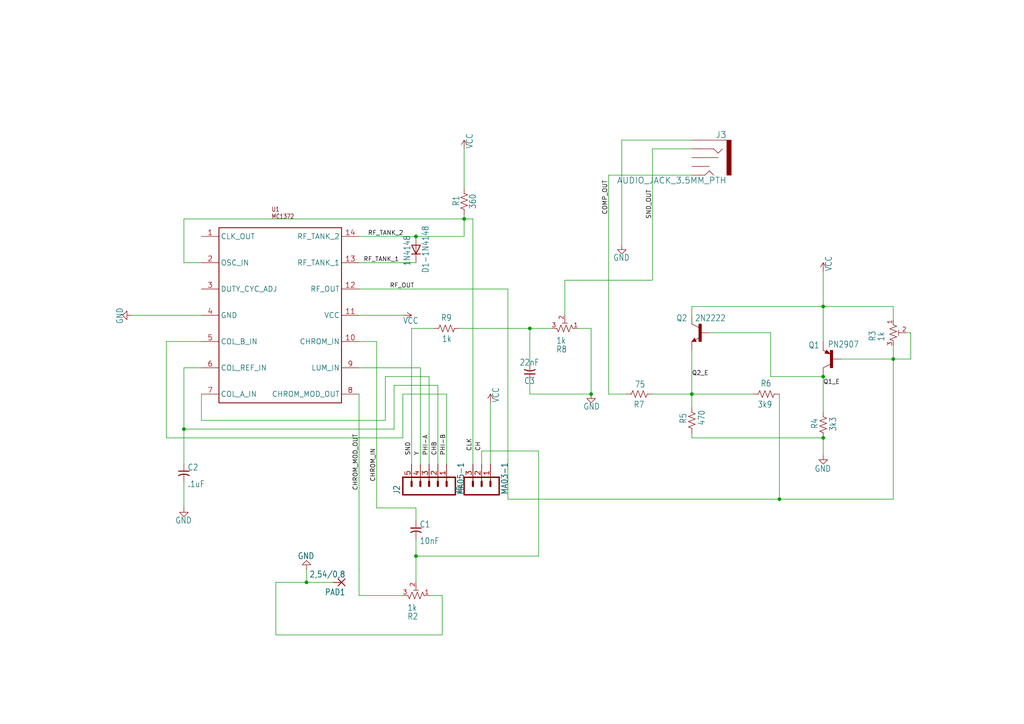
<source format=kicad_sch>
(kicad_sch
	(version 20250114)
	(generator "eeschema")
	(generator_version "9.0")
	(uuid "10b578e1-d913-42e6-b9e5-398116858bd9")
	(paper "A4")
	(lib_symbols
		(symbol "Coco2Composite-eagle-import:2,54/0,8"
			(exclude_from_sim no)
			(in_bom yes)
			(on_board yes)
			(property "Reference" "PAD"
				(at -1.143 1.8542 0)
				(effects
					(font
						(size 1.778 1.5113)
					)
					(justify left bottom)
				)
			)
			(property "Value" ""
				(at -1.143 -3.302 0)
				(effects
					(font
						(size 1.778 1.5113)
					)
					(justify left bottom)
				)
			)
			(property "Footprint" "Coco2Composite:2,54_0,8"
				(at 0 0 0)
				(effects
					(font
						(size 1.27 1.27)
					)
					(hide yes)
				)
			)
			(property "Datasheet" ""
				(at 0 0 0)
				(effects
					(font
						(size 1.27 1.27)
					)
					(hide yes)
				)
			)
			(property "Description" "THROUGH-HOLE PAD"
				(at 0 0 0)
				(effects
					(font
						(size 1.27 1.27)
					)
					(hide yes)
				)
			)
			(property "ki_locked" ""
				(at 0 0 0)
				(effects
					(font
						(size 1.27 1.27)
					)
				)
			)
			(symbol "2,54/0,8_1_0"
				(polyline
					(pts
						(xy -1.016 1.016) (xy 1.016 -1.016)
					)
					(stroke
						(width 0.254)
						(type solid)
					)
					(fill
						(type none)
					)
				)
				(polyline
					(pts
						(xy -1.016 -1.016) (xy 1.016 1.016)
					)
					(stroke
						(width 0.254)
						(type solid)
					)
					(fill
						(type none)
					)
				)
				(pin passive line
					(at 2.54 0 180)
					(length 2.54)
					(name "P"
						(effects
							(font
								(size 0 0)
							)
						)
					)
					(number "1"
						(effects
							(font
								(size 0 0)
							)
						)
					)
				)
			)
			(embedded_fonts no)
		)
		(symbol "Coco2Composite-eagle-import:AUDIO_JACK_3.5MM_PTH"
			(exclude_from_sim no)
			(in_bom yes)
			(on_board yes)
			(property "Reference" "J"
				(at -5.08 5.588 0)
				(effects
					(font
						(size 1.778 1.778)
					)
					(justify left bottom)
				)
			)
			(property "Value" ""
				(at -5.08 -7.62 0)
				(effects
					(font
						(size 1.778 1.778)
					)
					(justify left bottom)
				)
			)
			(property "Footprint" "Coco2Composite:AUDIO-JACK"
				(at 0 0 0)
				(effects
					(font
						(size 1.27 1.27)
					)
					(hide yes)
				)
			)
			(property "Datasheet" ""
				(at 0 0 0)
				(effects
					(font
						(size 1.27 1.27)
					)
					(hide yes)
				)
			)
			(property "Description" "Audio Jack\n\n3.5mm variants of PTH and SMT stereo audio jack with bypass switches.\n\nSparkFun Products:\n\n• SparkFun SparkPunk Sound Kit  - PTH\n• MP3 Trigger -3.5mm SMD\n• SparkFun PicoBoard- 2.5mm SMD"
				(at 0 0 0)
				(effects
					(font
						(size 1.27 1.27)
					)
					(hide yes)
				)
			)
			(property "ki_locked" ""
				(at 0 0 0)
				(effects
					(font
						(size 1.27 1.27)
					)
				)
			)
			(symbol "AUDIO_JACK_3.5MM_PTH_1_0"
				(rectangle
					(start -6.35 -5.08)
					(end -5.08 5.08)
					(stroke
						(width 0)
						(type default)
					)
					(fill
						(type outline)
					)
				)
				(polyline
					(pts
						(xy -2.54 1.27) (xy -3.81 2.54)
					)
					(stroke
						(width 0.1524)
						(type solid)
					)
					(fill
						(type none)
					)
				)
				(polyline
					(pts
						(xy -2.54 0) (xy 2.54 0)
					)
					(stroke
						(width 0.1524)
						(type solid)
					)
					(fill
						(type none)
					)
				)
				(polyline
					(pts
						(xy -1.27 2.54) (xy -2.54 1.27)
					)
					(stroke
						(width 0.1524)
						(type solid)
					)
					(fill
						(type none)
					)
				)
				(polyline
					(pts
						(xy -1.27 -5.08) (xy 0 -3.81)
					)
					(stroke
						(width 0.1524)
						(type solid)
					)
					(fill
						(type none)
					)
				)
				(polyline
					(pts
						(xy 0 -2.54) (xy 2.54 -2.54)
					)
					(stroke
						(width 0.1524)
						(type solid)
					)
					(fill
						(type none)
					)
				)
				(polyline
					(pts
						(xy 0 -3.81) (xy 1.27 -5.08)
					)
					(stroke
						(width 0.1524)
						(type solid)
					)
					(fill
						(type none)
					)
				)
				(polyline
					(pts
						(xy 1.27 -5.08) (xy 2.54 -5.08)
					)
					(stroke
						(width 0.1524)
						(type solid)
					)
					(fill
						(type none)
					)
				)
				(polyline
					(pts
						(xy 2.54 5.08) (xy -5.08 5.08)
					)
					(stroke
						(width 0.1524)
						(type solid)
					)
					(fill
						(type none)
					)
				)
				(polyline
					(pts
						(xy 2.54 2.54) (xy -1.27 2.54)
					)
					(stroke
						(width 0.1524)
						(type solid)
					)
					(fill
						(type none)
					)
				)
				(pin bidirectional line
					(at 5.08 5.08 180)
					(length 2.54)
					(name "SLEEVE"
						(effects
							(font
								(size 0 0)
							)
						)
					)
					(number "SLEEVE"
						(effects
							(font
								(size 0 0)
							)
						)
					)
				)
				(pin bidirectional line
					(at 5.08 2.54 180)
					(length 2.54)
					(name "RING"
						(effects
							(font
								(size 0 0)
							)
						)
					)
					(number "RING"
						(effects
							(font
								(size 0 0)
							)
						)
					)
				)
				(pin bidirectional line
					(at 5.08 0 180)
					(length 2.54)
					(name "RSH"
						(effects
							(font
								(size 0 0)
							)
						)
					)
					(number "RSH"
						(effects
							(font
								(size 0 0)
							)
						)
					)
				)
				(pin bidirectional line
					(at 5.08 -2.54 180)
					(length 2.54)
					(name "TSH"
						(effects
							(font
								(size 0 0)
							)
						)
					)
					(number "TSH"
						(effects
							(font
								(size 0 0)
							)
						)
					)
				)
				(pin bidirectional line
					(at 5.08 -5.08 180)
					(length 2.54)
					(name "TIP"
						(effects
							(font
								(size 0 0)
							)
						)
					)
					(number "TIP"
						(effects
							(font
								(size 0 0)
							)
						)
					)
				)
			)
			(embedded_fonts no)
		)
		(symbol "Coco2Composite-eagle-import:BC547"
			(exclude_from_sim no)
			(in_bom yes)
			(on_board yes)
			(property "Reference" "Q"
				(at -10.16 7.62 0)
				(effects
					(font
						(size 1.778 1.5113)
					)
					(justify left bottom)
				)
			)
			(property "Value" ""
				(at -10.16 5.08 0)
				(effects
					(font
						(size 1.778 1.5113)
					)
					(justify left bottom)
				)
			)
			(property "Footprint" "Coco2Composite:TO92"
				(at 0 0 0)
				(effects
					(font
						(size 1.27 1.27)
					)
					(hide yes)
				)
			)
			(property "Datasheet" ""
				(at 0 0 0)
				(effects
					(font
						(size 1.27 1.27)
					)
					(hide yes)
				)
			)
			(property "Description" "NPN Transistor"
				(at 0 0 0)
				(effects
					(font
						(size 1.27 1.27)
					)
					(hide yes)
				)
			)
			(property "ki_locked" ""
				(at 0 0 0)
				(effects
					(font
						(size 1.27 1.27)
					)
				)
			)
			(symbol "BC547_1_0"
				(rectangle
					(start -0.254 -2.54)
					(end 0.508 2.54)
					(stroke
						(width 0)
						(type default)
					)
					(fill
						(type outline)
					)
				)
				(polyline
					(pts
						(xy 1.27 -2.54) (xy 1.778 -1.524)
					)
					(stroke
						(width 0.1524)
						(type solid)
					)
					(fill
						(type none)
					)
				)
				(polyline
					(pts
						(xy 1.524 -2.286) (xy 1.905 -2.286)
					)
					(stroke
						(width 0.254)
						(type solid)
					)
					(fill
						(type none)
					)
				)
				(polyline
					(pts
						(xy 1.524 -2.413) (xy 2.286 -2.413)
					)
					(stroke
						(width 0.254)
						(type solid)
					)
					(fill
						(type none)
					)
				)
				(polyline
					(pts
						(xy 1.54 -2.04) (xy 0.308 -1.424)
					)
					(stroke
						(width 0.1524)
						(type solid)
					)
					(fill
						(type none)
					)
				)
				(polyline
					(pts
						(xy 1.778 -1.524) (xy 2.54 -2.54)
					)
					(stroke
						(width 0.1524)
						(type solid)
					)
					(fill
						(type none)
					)
				)
				(polyline
					(pts
						(xy 1.778 -1.778) (xy 1.524 -2.286)
					)
					(stroke
						(width 0.254)
						(type solid)
					)
					(fill
						(type none)
					)
				)
				(polyline
					(pts
						(xy 1.905 -2.286) (xy 1.778 -2.032)
					)
					(stroke
						(width 0.254)
						(type solid)
					)
					(fill
						(type none)
					)
				)
				(polyline
					(pts
						(xy 2.286 -2.413) (xy 1.778 -1.778)
					)
					(stroke
						(width 0.254)
						(type solid)
					)
					(fill
						(type none)
					)
				)
				(polyline
					(pts
						(xy 2.54 2.54) (xy 0.508 1.524)
					)
					(stroke
						(width 0.1524)
						(type solid)
					)
					(fill
						(type none)
					)
				)
				(polyline
					(pts
						(xy 2.54 -2.54) (xy 1.27 -2.54)
					)
					(stroke
						(width 0.1524)
						(type solid)
					)
					(fill
						(type none)
					)
				)
				(pin passive line
					(at -2.54 0 0)
					(length 2.54)
					(name "B"
						(effects
							(font
								(size 0 0)
							)
						)
					)
					(number "2"
						(effects
							(font
								(size 0 0)
							)
						)
					)
				)
				(pin passive line
					(at 2.54 5.08 270)
					(length 2.54)
					(name "C"
						(effects
							(font
								(size 0 0)
							)
						)
					)
					(number "3"
						(effects
							(font
								(size 0 0)
							)
						)
					)
				)
				(pin passive line
					(at 2.54 -5.08 90)
					(length 2.54)
					(name "E"
						(effects
							(font
								(size 0 0)
							)
						)
					)
					(number "1"
						(effects
							(font
								(size 0 0)
							)
						)
					)
				)
			)
			(embedded_fonts no)
		)
		(symbol "Coco2Composite-eagle-import:BC557"
			(exclude_from_sim no)
			(in_bom yes)
			(on_board yes)
			(property "Reference" "Q"
				(at -10.16 7.62 0)
				(effects
					(font
						(size 1.778 1.5113)
					)
					(justify left bottom)
				)
			)
			(property "Value" ""
				(at -10.16 5.08 0)
				(effects
					(font
						(size 1.778 1.5113)
					)
					(justify left bottom)
				)
			)
			(property "Footprint" "Coco2Composite:TO92-EBC"
				(at 0 0 0)
				(effects
					(font
						(size 1.27 1.27)
					)
					(hide yes)
				)
			)
			(property "Datasheet" ""
				(at 0 0 0)
				(effects
					(font
						(size 1.27 1.27)
					)
					(hide yes)
				)
			)
			(property "Description" "PNP Transistror"
				(at 0 0 0)
				(effects
					(font
						(size 1.27 1.27)
					)
					(hide yes)
				)
			)
			(property "ki_locked" ""
				(at 0 0 0)
				(effects
					(font
						(size 1.27 1.27)
					)
				)
			)
			(symbol "BC557_1_0"
				(rectangle
					(start -0.254 -2.54)
					(end 0.508 2.54)
					(stroke
						(width 0)
						(type default)
					)
					(fill
						(type outline)
					)
				)
				(polyline
					(pts
						(xy 0.516 1.478) (xy 2.086 1.678)
					)
					(stroke
						(width 0.1524)
						(type solid)
					)
					(fill
						(type none)
					)
				)
				(polyline
					(pts
						(xy 0.762 1.651) (xy 1.778 1.778)
					)
					(stroke
						(width 0.254)
						(type solid)
					)
					(fill
						(type none)
					)
				)
				(polyline
					(pts
						(xy 1.143 1.905) (xy 1.524 1.905)
					)
					(stroke
						(width 0.254)
						(type solid)
					)
					(fill
						(type none)
					)
				)
				(polyline
					(pts
						(xy 1.524 2.413) (xy 0.762 1.651)
					)
					(stroke
						(width 0.254)
						(type solid)
					)
					(fill
						(type none)
					)
				)
				(polyline
					(pts
						(xy 1.524 2.159) (xy 1.143 1.905)
					)
					(stroke
						(width 0.254)
						(type solid)
					)
					(fill
						(type none)
					)
				)
				(polyline
					(pts
						(xy 1.578 2.594) (xy 0.516 1.478)
					)
					(stroke
						(width 0.1524)
						(type solid)
					)
					(fill
						(type none)
					)
				)
				(polyline
					(pts
						(xy 1.778 1.778) (xy 1.524 2.159)
					)
					(stroke
						(width 0.254)
						(type solid)
					)
					(fill
						(type none)
					)
				)
				(polyline
					(pts
						(xy 1.905 1.778) (xy 1.524 2.413)
					)
					(stroke
						(width 0.254)
						(type solid)
					)
					(fill
						(type none)
					)
				)
				(polyline
					(pts
						(xy 2.086 1.678) (xy 1.578 2.594)
					)
					(stroke
						(width 0.1524)
						(type solid)
					)
					(fill
						(type none)
					)
				)
				(polyline
					(pts
						(xy 2.54 2.54) (xy 1.808 2.124)
					)
					(stroke
						(width 0.1524)
						(type solid)
					)
					(fill
						(type none)
					)
				)
				(polyline
					(pts
						(xy 2.54 -2.54) (xy 0.508 -1.524)
					)
					(stroke
						(width 0.1524)
						(type solid)
					)
					(fill
						(type none)
					)
				)
				(pin passive line
					(at -2.54 0 0)
					(length 2.54)
					(name "B"
						(effects
							(font
								(size 0 0)
							)
						)
					)
					(number "B"
						(effects
							(font
								(size 0 0)
							)
						)
					)
				)
				(pin passive line
					(at 2.54 5.08 270)
					(length 2.54)
					(name "E"
						(effects
							(font
								(size 0 0)
							)
						)
					)
					(number "E"
						(effects
							(font
								(size 0 0)
							)
						)
					)
				)
				(pin passive line
					(at 2.54 -5.08 90)
					(length 2.54)
					(name "C"
						(effects
							(font
								(size 0 0)
							)
						)
					)
					(number "C"
						(effects
							(font
								(size 0 0)
							)
						)
					)
				)
			)
			(embedded_fonts no)
		)
		(symbol "Coco2Composite-eagle-import:MA03-1"
			(exclude_from_sim no)
			(in_bom yes)
			(on_board yes)
			(property "Reference" "SV"
				(at -1.27 5.842 0)
				(effects
					(font
						(size 1.778 1.5113)
					)
					(justify left bottom)
				)
			)
			(property "Value" ""
				(at -1.27 -7.62 0)
				(effects
					(font
						(size 1.778 1.5113)
					)
					(justify left bottom)
				)
			)
			(property "Footprint" "Coco2Composite:MA03-1"
				(at 0 0 0)
				(effects
					(font
						(size 1.27 1.27)
					)
					(hide yes)
				)
			)
			(property "Datasheet" ""
				(at 0 0 0)
				(effects
					(font
						(size 1.27 1.27)
					)
					(hide yes)
				)
			)
			(property "Description" "PIN HEADER"
				(at 0 0 0)
				(effects
					(font
						(size 1.27 1.27)
					)
					(hide yes)
				)
			)
			(property "ki_locked" ""
				(at 0 0 0)
				(effects
					(font
						(size 1.27 1.27)
					)
				)
			)
			(symbol "MA03-1_1_0"
				(polyline
					(pts
						(xy -1.27 5.08) (xy -1.27 -5.08)
					)
					(stroke
						(width 0.4064)
						(type solid)
					)
					(fill
						(type none)
					)
				)
				(polyline
					(pts
						(xy -1.27 5.08) (xy 3.81 5.08)
					)
					(stroke
						(width 0.4064)
						(type solid)
					)
					(fill
						(type none)
					)
				)
				(polyline
					(pts
						(xy 1.27 2.54) (xy 2.54 2.54)
					)
					(stroke
						(width 0.6096)
						(type solid)
					)
					(fill
						(type none)
					)
				)
				(polyline
					(pts
						(xy 1.27 0) (xy 2.54 0)
					)
					(stroke
						(width 0.6096)
						(type solid)
					)
					(fill
						(type none)
					)
				)
				(polyline
					(pts
						(xy 1.27 -2.54) (xy 2.54 -2.54)
					)
					(stroke
						(width 0.6096)
						(type solid)
					)
					(fill
						(type none)
					)
				)
				(polyline
					(pts
						(xy 3.81 -5.08) (xy -1.27 -5.08)
					)
					(stroke
						(width 0.4064)
						(type solid)
					)
					(fill
						(type none)
					)
				)
				(polyline
					(pts
						(xy 3.81 -5.08) (xy 3.81 5.08)
					)
					(stroke
						(width 0.4064)
						(type solid)
					)
					(fill
						(type none)
					)
				)
				(pin passive line
					(at 7.62 2.54 180)
					(length 5.08)
					(name "3"
						(effects
							(font
								(size 0 0)
							)
						)
					)
					(number "3"
						(effects
							(font
								(size 1.524 1.524)
							)
						)
					)
				)
				(pin passive line
					(at 7.62 0 180)
					(length 5.08)
					(name "2"
						(effects
							(font
								(size 0 0)
							)
						)
					)
					(number "2"
						(effects
							(font
								(size 1.524 1.524)
							)
						)
					)
				)
				(pin passive line
					(at 7.62 -2.54 180)
					(length 5.08)
					(name "1"
						(effects
							(font
								(size 0 0)
							)
						)
					)
					(number "1"
						(effects
							(font
								(size 1.524 1.524)
							)
						)
					)
				)
			)
			(embedded_fonts no)
		)
		(symbol "Coco2Composite-eagle-import:MA05-1"
			(exclude_from_sim no)
			(in_bom yes)
			(on_board yes)
			(property "Reference" "SV"
				(at -1.27 8.382 0)
				(effects
					(font
						(size 1.778 1.5113)
					)
					(justify left bottom)
				)
			)
			(property "Value" ""
				(at -1.27 -10.16 0)
				(effects
					(font
						(size 1.778 1.5113)
					)
					(justify left bottom)
				)
			)
			(property "Footprint" "Coco2Composite:MA05-1"
				(at 0 0 0)
				(effects
					(font
						(size 1.27 1.27)
					)
					(hide yes)
				)
			)
			(property "Datasheet" ""
				(at 0 0 0)
				(effects
					(font
						(size 1.27 1.27)
					)
					(hide yes)
				)
			)
			(property "Description" "PIN HEADER"
				(at 0 0 0)
				(effects
					(font
						(size 1.27 1.27)
					)
					(hide yes)
				)
			)
			(property "ki_locked" ""
				(at 0 0 0)
				(effects
					(font
						(size 1.27 1.27)
					)
				)
			)
			(symbol "MA05-1_1_0"
				(polyline
					(pts
						(xy -1.27 7.62) (xy -1.27 -7.62)
					)
					(stroke
						(width 0.4064)
						(type solid)
					)
					(fill
						(type none)
					)
				)
				(polyline
					(pts
						(xy -1.27 7.62) (xy 3.81 7.62)
					)
					(stroke
						(width 0.4064)
						(type solid)
					)
					(fill
						(type none)
					)
				)
				(polyline
					(pts
						(xy 1.27 5.08) (xy 2.54 5.08)
					)
					(stroke
						(width 0.6096)
						(type solid)
					)
					(fill
						(type none)
					)
				)
				(polyline
					(pts
						(xy 1.27 2.54) (xy 2.54 2.54)
					)
					(stroke
						(width 0.6096)
						(type solid)
					)
					(fill
						(type none)
					)
				)
				(polyline
					(pts
						(xy 1.27 0) (xy 2.54 0)
					)
					(stroke
						(width 0.6096)
						(type solid)
					)
					(fill
						(type none)
					)
				)
				(polyline
					(pts
						(xy 1.27 -2.54) (xy 2.54 -2.54)
					)
					(stroke
						(width 0.6096)
						(type solid)
					)
					(fill
						(type none)
					)
				)
				(polyline
					(pts
						(xy 1.27 -5.08) (xy 2.54 -5.08)
					)
					(stroke
						(width 0.6096)
						(type solid)
					)
					(fill
						(type none)
					)
				)
				(polyline
					(pts
						(xy 3.81 -7.62) (xy -1.27 -7.62)
					)
					(stroke
						(width 0.4064)
						(type solid)
					)
					(fill
						(type none)
					)
				)
				(polyline
					(pts
						(xy 3.81 -7.62) (xy 3.81 7.62)
					)
					(stroke
						(width 0.4064)
						(type solid)
					)
					(fill
						(type none)
					)
				)
				(pin passive line
					(at 7.62 5.08 180)
					(length 5.08)
					(name "5"
						(effects
							(font
								(size 0 0)
							)
						)
					)
					(number "5"
						(effects
							(font
								(size 1.524 1.524)
							)
						)
					)
				)
				(pin passive line
					(at 7.62 2.54 180)
					(length 5.08)
					(name "4"
						(effects
							(font
								(size 0 0)
							)
						)
					)
					(number "4"
						(effects
							(font
								(size 1.524 1.524)
							)
						)
					)
				)
				(pin passive line
					(at 7.62 0 180)
					(length 5.08)
					(name "3"
						(effects
							(font
								(size 0 0)
							)
						)
					)
					(number "3"
						(effects
							(font
								(size 1.524 1.524)
							)
						)
					)
				)
				(pin passive line
					(at 7.62 -2.54 180)
					(length 5.08)
					(name "2"
						(effects
							(font
								(size 0 0)
							)
						)
					)
					(number "2"
						(effects
							(font
								(size 1.524 1.524)
							)
						)
					)
				)
				(pin passive line
					(at 7.62 -5.08 180)
					(length 5.08)
					(name "1"
						(effects
							(font
								(size 0 0)
							)
						)
					)
					(number "1"
						(effects
							(font
								(size 1.524 1.524)
							)
						)
					)
				)
			)
			(embedded_fonts no)
		)
		(symbol "Coco2Composite-eagle-import:MC1372"
			(exclude_from_sim no)
			(in_bom yes)
			(on_board yes)
			(property "Reference" "U1"
				(at 0 0 0)
				(effects
					(font
						(size 1.27 1.27)
					)
					(hide yes)
				)
			)
			(property "Value" "MC1372"
				(at 0 0 0)
				(effects
					(font
						(size 1.27 1.27)
					)
					(hide yes)
				)
			)
			(property "Footprint" "Package_DIP:DIP-14_W7.62mm"
				(at 0 0 0)
				(effects
					(font
						(size 1.27 1.27)
					)
					(hide yes)
				)
			)
			(property "Datasheet" ""
				(at 0 0 0)
				(effects
					(font
						(size 1.27 1.27)
					)
					(hide yes)
				)
			)
			(property "Description" ""
				(at 0 0 0)
				(effects
					(font
						(size 1.27 1.27)
					)
					(hide yes)
				)
			)
			(property "ki_locked" ""
				(at 0 0 0)
				(effects
					(font
						(size 1.27 1.27)
					)
				)
			)
			(symbol "MC1372_1_0"
				(polyline
					(pts
						(xy -20.32 25.4) (xy -20.32 -25.4)
					)
					(stroke
						(width 0.254)
						(type solid)
					)
					(fill
						(type none)
					)
				)
				(polyline
					(pts
						(xy -20.32 -25.4) (xy 15.24 -25.4)
					)
					(stroke
						(width 0.254)
						(type solid)
					)
					(fill
						(type none)
					)
				)
				(polyline
					(pts
						(xy 15.24 25.4) (xy -20.32 25.4)
					)
					(stroke
						(width 0.254)
						(type solid)
					)
					(fill
						(type none)
					)
				)
				(polyline
					(pts
						(xy 15.24 -25.4) (xy 15.24 25.4)
					)
					(stroke
						(width 0.254)
						(type solid)
					)
					(fill
						(type none)
					)
				)
				(text "${REFERENCE}\n${VALUE}"
					(at -5.08 27.94 0)
					(effects
						(font
							(size 1.27 1.0795)
						)
						(justify left bottom)
					)
				)
				(pin output line
					(at -25.4 22.86 0)
					(length 5.08)
					(name "CLK_OUT"
						(effects
							(font
								(size 1.524 1.524)
							)
						)
					)
					(number "1"
						(effects
							(font
								(size 1.524 1.524)
							)
						)
					)
				)
				(pin input line
					(at -25.4 15.24 0)
					(length 5.08)
					(name "OSC_IN"
						(effects
							(font
								(size 1.524 1.524)
							)
						)
					)
					(number "2"
						(effects
							(font
								(size 1.524 1.524)
							)
						)
					)
				)
				(pin bidirectional line
					(at -25.4 7.62 0)
					(length 5.08)
					(name "DUTY_CYC_ADJ"
						(effects
							(font
								(size 1.524 1.524)
							)
						)
					)
					(number "3"
						(effects
							(font
								(size 1.524 1.524)
							)
						)
					)
				)
				(pin input line
					(at -25.4 0 0)
					(length 5.08)
					(name "GND"
						(effects
							(font
								(size 1.524 1.524)
							)
						)
					)
					(number "4"
						(effects
							(font
								(size 1.524 1.524)
							)
						)
					)
				)
				(pin input line
					(at -25.4 -7.62 0)
					(length 5.08)
					(name "COL_B_IN"
						(effects
							(font
								(size 1.524 1.524)
							)
						)
					)
					(number "5"
						(effects
							(font
								(size 1.524 1.524)
							)
						)
					)
				)
				(pin input line
					(at -25.4 -15.24 0)
					(length 5.08)
					(name "COL_REF_IN"
						(effects
							(font
								(size 1.524 1.524)
							)
						)
					)
					(number "6"
						(effects
							(font
								(size 1.524 1.524)
							)
						)
					)
				)
				(pin input line
					(at -25.4 -22.86 0)
					(length 5.08)
					(name "COL_A_IN"
						(effects
							(font
								(size 1.524 1.524)
							)
						)
					)
					(number "7"
						(effects
							(font
								(size 1.524 1.524)
							)
						)
					)
				)
				(pin bidirectional line
					(at 20.32 22.86 180)
					(length 5.08)
					(name "RF_TANK_2"
						(effects
							(font
								(size 1.524 1.524)
							)
						)
					)
					(number "14"
						(effects
							(font
								(size 1.524 1.524)
							)
						)
					)
				)
				(pin bidirectional line
					(at 20.32 15.24 180)
					(length 5.08)
					(name "RF_TANK_1"
						(effects
							(font
								(size 1.524 1.524)
							)
						)
					)
					(number "13"
						(effects
							(font
								(size 1.524 1.524)
							)
						)
					)
				)
				(pin output line
					(at 20.32 7.62 180)
					(length 5.08)
					(name "RF_OUT"
						(effects
							(font
								(size 1.524 1.524)
							)
						)
					)
					(number "12"
						(effects
							(font
								(size 1.524 1.524)
							)
						)
					)
				)
				(pin input line
					(at 20.32 0 180)
					(length 5.08)
					(name "VCC"
						(effects
							(font
								(size 1.524 1.524)
							)
						)
					)
					(number "11"
						(effects
							(font
								(size 1.524 1.524)
							)
						)
					)
				)
				(pin input line
					(at 20.32 -7.62 180)
					(length 5.08)
					(name "CHROM_IN"
						(effects
							(font
								(size 1.524 1.524)
							)
						)
					)
					(number "10"
						(effects
							(font
								(size 1.524 1.524)
							)
						)
					)
				)
				(pin input line
					(at 20.32 -15.24 180)
					(length 5.08)
					(name "LUM_IN"
						(effects
							(font
								(size 1.524 1.524)
							)
						)
					)
					(number "9"
						(effects
							(font
								(size 1.524 1.524)
							)
						)
					)
				)
				(pin output line
					(at 20.32 -22.86 180)
					(length 5.08)
					(name "CHROM_MOD_OUT"
						(effects
							(font
								(size 1.524 1.524)
							)
						)
					)
					(number "8"
						(effects
							(font
								(size 1.524 1.524)
							)
						)
					)
				)
			)
			(embedded_fonts no)
		)
		(symbol "Device:C_Small_US"
			(pin_numbers
				(hide yes)
			)
			(pin_names
				(offset 0.254)
				(hide yes)
			)
			(exclude_from_sim no)
			(in_bom yes)
			(on_board yes)
			(property "Reference" "C"
				(at 0.254 1.778 0)
				(effects
					(font
						(size 1.27 1.27)
					)
					(justify left)
				)
			)
			(property "Value" "C_Small_US"
				(at 0.254 -2.032 0)
				(effects
					(font
						(size 1.27 1.27)
					)
					(justify left)
				)
			)
			(property "Footprint" ""
				(at 0 0 0)
				(effects
					(font
						(size 1.27 1.27)
					)
					(hide yes)
				)
			)
			(property "Datasheet" ""
				(at 0 0 0)
				(effects
					(font
						(size 1.27 1.27)
					)
					(hide yes)
				)
			)
			(property "Description" "capacitor, small US symbol"
				(at 0 0 0)
				(effects
					(font
						(size 1.27 1.27)
					)
					(hide yes)
				)
			)
			(property "ki_keywords" "cap capacitor"
				(at 0 0 0)
				(effects
					(font
						(size 1.27 1.27)
					)
					(hide yes)
				)
			)
			(property "ki_fp_filters" "C_*"
				(at 0 0 0)
				(effects
					(font
						(size 1.27 1.27)
					)
					(hide yes)
				)
			)
			(symbol "C_Small_US_0_1"
				(polyline
					(pts
						(xy -1.524 0.508) (xy 1.524 0.508)
					)
					(stroke
						(width 0.3048)
						(type default)
					)
					(fill
						(type none)
					)
				)
				(arc
					(start -1.524 -0.762)
					(mid 0 -0.3734)
					(end 1.524 -0.762)
					(stroke
						(width 0.3048)
						(type default)
					)
					(fill
						(type none)
					)
				)
			)
			(symbol "C_Small_US_1_1"
				(pin passive line
					(at 0 2.54 270)
					(length 2.032)
					(name "~"
						(effects
							(font
								(size 1.27 1.27)
							)
						)
					)
					(number "1"
						(effects
							(font
								(size 1.27 1.27)
							)
						)
					)
				)
				(pin passive line
					(at 0 -2.54 90)
					(length 2.032)
					(name "~"
						(effects
							(font
								(size 1.27 1.27)
							)
						)
					)
					(number "2"
						(effects
							(font
								(size 1.27 1.27)
							)
						)
					)
				)
			)
			(embedded_fonts no)
		)
		(symbol "Device:R_Potentiometer_Trim_US"
			(pin_names
				(offset 1.016)
				(hide yes)
			)
			(exclude_from_sim no)
			(in_bom yes)
			(on_board yes)
			(property "Reference" "RV"
				(at -4.445 0 90)
				(effects
					(font
						(size 1.27 1.27)
					)
				)
			)
			(property "Value" "R_Potentiometer_Trim_US"
				(at -2.54 0 90)
				(effects
					(font
						(size 1.27 1.27)
					)
				)
			)
			(property "Footprint" ""
				(at 0 0 0)
				(effects
					(font
						(size 1.27 1.27)
					)
					(hide yes)
				)
			)
			(property "Datasheet" "~"
				(at 0 0 0)
				(effects
					(font
						(size 1.27 1.27)
					)
					(hide yes)
				)
			)
			(property "Description" "Trim-potentiometer, US symbol"
				(at 0 0 0)
				(effects
					(font
						(size 1.27 1.27)
					)
					(hide yes)
				)
			)
			(property "ki_keywords" "resistor variable trimpot trimmer"
				(at 0 0 0)
				(effects
					(font
						(size 1.27 1.27)
					)
					(hide yes)
				)
			)
			(property "ki_fp_filters" "Potentiometer*"
				(at 0 0 0)
				(effects
					(font
						(size 1.27 1.27)
					)
					(hide yes)
				)
			)
			(symbol "R_Potentiometer_Trim_US_0_1"
				(polyline
					(pts
						(xy 0 2.286) (xy 0 2.54)
					)
					(stroke
						(width 0)
						(type default)
					)
					(fill
						(type none)
					)
				)
				(polyline
					(pts
						(xy 0 2.286) (xy 1.016 1.905) (xy 0 1.524) (xy -1.016 1.143) (xy 0 0.762)
					)
					(stroke
						(width 0)
						(type default)
					)
					(fill
						(type none)
					)
				)
				(polyline
					(pts
						(xy 0 0.762) (xy 1.016 0.381) (xy 0 0) (xy -1.016 -0.381) (xy 0 -0.762)
					)
					(stroke
						(width 0)
						(type default)
					)
					(fill
						(type none)
					)
				)
				(polyline
					(pts
						(xy 0 -0.762) (xy 1.016 -1.143) (xy 0 -1.524) (xy -1.016 -1.905) (xy 0 -2.286)
					)
					(stroke
						(width 0)
						(type default)
					)
					(fill
						(type none)
					)
				)
				(polyline
					(pts
						(xy 0 -2.286) (xy 0 -2.54)
					)
					(stroke
						(width 0)
						(type default)
					)
					(fill
						(type none)
					)
				)
				(polyline
					(pts
						(xy 1.524 0.762) (xy 1.524 -0.762)
					)
					(stroke
						(width 0)
						(type default)
					)
					(fill
						(type none)
					)
				)
				(polyline
					(pts
						(xy 2.54 0) (xy 1.524 0)
					)
					(stroke
						(width 0)
						(type default)
					)
					(fill
						(type none)
					)
				)
			)
			(symbol "R_Potentiometer_Trim_US_1_1"
				(pin passive line
					(at 0 3.81 270)
					(length 1.27)
					(name "1"
						(effects
							(font
								(size 1.27 1.27)
							)
						)
					)
					(number "1"
						(effects
							(font
								(size 1.27 1.27)
							)
						)
					)
				)
				(pin passive line
					(at 0 -3.81 90)
					(length 1.27)
					(name "3"
						(effects
							(font
								(size 1.27 1.27)
							)
						)
					)
					(number "3"
						(effects
							(font
								(size 1.27 1.27)
							)
						)
					)
				)
				(pin passive line
					(at 3.81 0 180)
					(length 1.27)
					(name "2"
						(effects
							(font
								(size 1.27 1.27)
							)
						)
					)
					(number "2"
						(effects
							(font
								(size 1.27 1.27)
							)
						)
					)
				)
			)
			(embedded_fonts no)
		)
		(symbol "Device:R_US"
			(pin_numbers
				(hide yes)
			)
			(pin_names
				(offset 0)
			)
			(exclude_from_sim no)
			(in_bom yes)
			(on_board yes)
			(property "Reference" "R"
				(at 2.54 0 90)
				(effects
					(font
						(size 1.27 1.27)
					)
				)
			)
			(property "Value" "R_US"
				(at -2.54 0 90)
				(effects
					(font
						(size 1.27 1.27)
					)
				)
			)
			(property "Footprint" ""
				(at 1.016 -0.254 90)
				(effects
					(font
						(size 1.27 1.27)
					)
					(hide yes)
				)
			)
			(property "Datasheet" "~"
				(at 0 0 0)
				(effects
					(font
						(size 1.27 1.27)
					)
					(hide yes)
				)
			)
			(property "Description" "Resistor, US symbol"
				(at 0 0 0)
				(effects
					(font
						(size 1.27 1.27)
					)
					(hide yes)
				)
			)
			(property "ki_keywords" "R res resistor"
				(at 0 0 0)
				(effects
					(font
						(size 1.27 1.27)
					)
					(hide yes)
				)
			)
			(property "ki_fp_filters" "R_*"
				(at 0 0 0)
				(effects
					(font
						(size 1.27 1.27)
					)
					(hide yes)
				)
			)
			(symbol "R_US_0_1"
				(polyline
					(pts
						(xy 0 2.286) (xy 0 2.54)
					)
					(stroke
						(width 0)
						(type default)
					)
					(fill
						(type none)
					)
				)
				(polyline
					(pts
						(xy 0 2.286) (xy 1.016 1.905) (xy 0 1.524) (xy -1.016 1.143) (xy 0 0.762)
					)
					(stroke
						(width 0)
						(type default)
					)
					(fill
						(type none)
					)
				)
				(polyline
					(pts
						(xy 0 0.762) (xy 1.016 0.381) (xy 0 0) (xy -1.016 -0.381) (xy 0 -0.762)
					)
					(stroke
						(width 0)
						(type default)
					)
					(fill
						(type none)
					)
				)
				(polyline
					(pts
						(xy 0 -0.762) (xy 1.016 -1.143) (xy 0 -1.524) (xy -1.016 -1.905) (xy 0 -2.286)
					)
					(stroke
						(width 0)
						(type default)
					)
					(fill
						(type none)
					)
				)
				(polyline
					(pts
						(xy 0 -2.286) (xy 0 -2.54)
					)
					(stroke
						(width 0)
						(type default)
					)
					(fill
						(type none)
					)
				)
			)
			(symbol "R_US_1_1"
				(pin passive line
					(at 0 3.81 270)
					(length 1.27)
					(name "~"
						(effects
							(font
								(size 1.27 1.27)
							)
						)
					)
					(number "1"
						(effects
							(font
								(size 1.27 1.27)
							)
						)
					)
				)
				(pin passive line
					(at 0 -3.81 90)
					(length 1.27)
					(name "~"
						(effects
							(font
								(size 1.27 1.27)
							)
						)
					)
					(number "2"
						(effects
							(font
								(size 1.27 1.27)
							)
						)
					)
				)
			)
			(embedded_fonts no)
		)
		(symbol "Diode:1N4148"
			(pin_numbers
				(hide yes)
			)
			(pin_names
				(hide yes)
			)
			(exclude_from_sim no)
			(in_bom yes)
			(on_board yes)
			(property "Reference" "D"
				(at 0 2.54 0)
				(effects
					(font
						(size 1.27 1.27)
					)
				)
			)
			(property "Value" "1N4148"
				(at 0 -2.54 0)
				(effects
					(font
						(size 1.27 1.27)
					)
				)
			)
			(property "Footprint" "Diode_THT:D_DO-35_SOD27_P7.62mm_Horizontal"
				(at 0 0 0)
				(effects
					(font
						(size 1.27 1.27)
					)
					(hide yes)
				)
			)
			(property "Datasheet" "https://assets.nexperia.com/documents/data-sheet/1N4148_1N4448.pdf"
				(at 0 0 0)
				(effects
					(font
						(size 1.27 1.27)
					)
					(hide yes)
				)
			)
			(property "Description" "100V 0.15A standard switching diode, DO-35"
				(at 0 0 0)
				(effects
					(font
						(size 1.27 1.27)
					)
					(hide yes)
				)
			)
			(property "Sim.Device" "D"
				(at 0 0 0)
				(effects
					(font
						(size 1.27 1.27)
					)
					(hide yes)
				)
			)
			(property "Sim.Pins" "1=K 2=A"
				(at 0 0 0)
				(effects
					(font
						(size 1.27 1.27)
					)
					(hide yes)
				)
			)
			(property "ki_keywords" "diode"
				(at 0 0 0)
				(effects
					(font
						(size 1.27 1.27)
					)
					(hide yes)
				)
			)
			(property "ki_fp_filters" "D*DO?35*"
				(at 0 0 0)
				(effects
					(font
						(size 1.27 1.27)
					)
					(hide yes)
				)
			)
			(symbol "1N4148_0_1"
				(polyline
					(pts
						(xy -1.27 1.27) (xy -1.27 -1.27)
					)
					(stroke
						(width 0.254)
						(type default)
					)
					(fill
						(type none)
					)
				)
				(polyline
					(pts
						(xy 1.27 1.27) (xy 1.27 -1.27) (xy -1.27 0) (xy 1.27 1.27)
					)
					(stroke
						(width 0.254)
						(type default)
					)
					(fill
						(type none)
					)
				)
				(polyline
					(pts
						(xy 1.27 0) (xy -1.27 0)
					)
					(stroke
						(width 0)
						(type default)
					)
					(fill
						(type none)
					)
				)
			)
			(symbol "1N4148_1_1"
				(pin passive line
					(at -3.81 0 0)
					(length 2.54)
					(name "K"
						(effects
							(font
								(size 1.27 1.27)
							)
						)
					)
					(number "1"
						(effects
							(font
								(size 1.27 1.27)
							)
						)
					)
				)
				(pin passive line
					(at 3.81 0 180)
					(length 2.54)
					(name "A"
						(effects
							(font
								(size 1.27 1.27)
							)
						)
					)
					(number "2"
						(effects
							(font
								(size 1.27 1.27)
							)
						)
					)
				)
			)
			(embedded_fonts no)
		)
		(symbol "power:GND"
			(power)
			(pin_numbers
				(hide yes)
			)
			(pin_names
				(offset 0)
				(hide yes)
			)
			(exclude_from_sim no)
			(in_bom yes)
			(on_board yes)
			(property "Reference" "#PWR"
				(at 0 -6.35 0)
				(effects
					(font
						(size 1.27 1.27)
					)
					(hide yes)
				)
			)
			(property "Value" "GND"
				(at 0 -3.81 0)
				(effects
					(font
						(size 1.27 1.27)
					)
				)
			)
			(property "Footprint" ""
				(at 0 0 0)
				(effects
					(font
						(size 1.27 1.27)
					)
					(hide yes)
				)
			)
			(property "Datasheet" ""
				(at 0 0 0)
				(effects
					(font
						(size 1.27 1.27)
					)
					(hide yes)
				)
			)
			(property "Description" "Power symbol creates a global label with name \"GND\" , ground"
				(at 0 0 0)
				(effects
					(font
						(size 1.27 1.27)
					)
					(hide yes)
				)
			)
			(property "ki_keywords" "global power"
				(at 0 0 0)
				(effects
					(font
						(size 1.27 1.27)
					)
					(hide yes)
				)
			)
			(symbol "GND_0_1"
				(polyline
					(pts
						(xy 0 0) (xy 0 -1.27) (xy 1.27 -1.27) (xy 0 -2.54) (xy -1.27 -1.27) (xy 0 -1.27)
					)
					(stroke
						(width 0)
						(type default)
					)
					(fill
						(type none)
					)
				)
			)
			(symbol "GND_1_1"
				(pin power_in line
					(at 0 0 270)
					(length 0)
					(name "~"
						(effects
							(font
								(size 1.27 1.27)
							)
						)
					)
					(number "1"
						(effects
							(font
								(size 1.27 1.27)
							)
						)
					)
				)
			)
			(embedded_fonts no)
		)
		(symbol "power:VCC"
			(power)
			(pin_numbers
				(hide yes)
			)
			(pin_names
				(offset 0)
				(hide yes)
			)
			(exclude_from_sim no)
			(in_bom yes)
			(on_board yes)
			(property "Reference" "#PWR"
				(at 0 -3.81 0)
				(effects
					(font
						(size 1.27 1.27)
					)
					(hide yes)
				)
			)
			(property "Value" "VCC"
				(at 0 3.556 0)
				(effects
					(font
						(size 1.27 1.27)
					)
				)
			)
			(property "Footprint" ""
				(at 0 0 0)
				(effects
					(font
						(size 1.27 1.27)
					)
					(hide yes)
				)
			)
			(property "Datasheet" ""
				(at 0 0 0)
				(effects
					(font
						(size 1.27 1.27)
					)
					(hide yes)
				)
			)
			(property "Description" "Power symbol creates a global label with name \"VCC\""
				(at 0 0 0)
				(effects
					(font
						(size 1.27 1.27)
					)
					(hide yes)
				)
			)
			(property "ki_keywords" "global power"
				(at 0 0 0)
				(effects
					(font
						(size 1.27 1.27)
					)
					(hide yes)
				)
			)
			(symbol "VCC_0_1"
				(polyline
					(pts
						(xy -0.762 1.27) (xy 0 2.54)
					)
					(stroke
						(width 0)
						(type default)
					)
					(fill
						(type none)
					)
				)
				(polyline
					(pts
						(xy 0 2.54) (xy 0.762 1.27)
					)
					(stroke
						(width 0)
						(type default)
					)
					(fill
						(type none)
					)
				)
				(polyline
					(pts
						(xy 0 0) (xy 0 2.54)
					)
					(stroke
						(width 0)
						(type default)
					)
					(fill
						(type none)
					)
				)
			)
			(symbol "VCC_1_1"
				(pin power_in line
					(at 0 0 90)
					(length 0)
					(name "~"
						(effects
							(font
								(size 1.27 1.27)
							)
						)
					)
					(number "1"
						(effects
							(font
								(size 1.27 1.27)
							)
						)
					)
				)
			)
			(embedded_fonts no)
		)
	)
	(junction
		(at 134.62 63.5)
		(diameter 0)
		(color 0 0 0 0)
		(uuid "083b5c2e-0703-4b78-9283-ac97a88d7506")
	)
	(junction
		(at 153.67 95.25)
		(diameter 0)
		(color 0 0 0 0)
		(uuid "3bc83130-619b-43d1-9036-5d599fd80ccf")
	)
	(junction
		(at 238.76 88.9)
		(diameter 0)
		(color 0 0 0 0)
		(uuid "479f34ea-b161-4b8f-8a51-cf4b35799da1")
	)
	(junction
		(at 120.65 161.29)
		(diameter 0)
		(color 0 0 0 0)
		(uuid "54fb4795-e60f-4364-bd70-66c96b7335d3")
	)
	(junction
		(at 259.08 104.14)
		(diameter 0)
		(color 0 0 0 0)
		(uuid "7b281b5c-b02c-4f91-8a48-02e3fddb1d47")
	)
	(junction
		(at 88.9 168.91)
		(diameter 0)
		(color 0 0 0 0)
		(uuid "81b98d96-6507-423f-897c-4c4823763f67")
	)
	(junction
		(at 171.45 114.3)
		(diameter 0)
		(color 0 0 0 0)
		(uuid "852f6590-35e7-41db-8db6-6f0a7f793bd8")
	)
	(junction
		(at 226.06 144.78)
		(diameter 0)
		(color 0 0 0 0)
		(uuid "a04af958-aa43-4895-96f7-ad8010814558")
	)
	(junction
		(at 53.34 124.46)
		(diameter 0)
		(color 0 0 0 0)
		(uuid "c09336b0-2465-4938-860f-247c035a38f5")
	)
	(junction
		(at 120.65 68.58)
		(diameter 0)
		(color 0 0 0 0)
		(uuid "c3674446-52d3-4c20-a3ac-f5c3d7320d57")
	)
	(junction
		(at 238.76 109.22)
		(diameter 0)
		(color 0 0 0 0)
		(uuid "e42f7a2f-a7ed-4ca1-8c9c-cfe4327e3149")
	)
	(junction
		(at 238.76 127)
		(diameter 0)
		(color 0 0 0 0)
		(uuid "ed812558-0250-4a02-93ee-f95e6a663b1a")
	)
	(junction
		(at 200.66 114.3)
		(diameter 0)
		(color 0 0 0 0)
		(uuid "f8e85b47-44a2-4409-b914-2db71de0fac9")
	)
	(wire
		(pts
			(xy 259.08 100.33) (xy 259.08 104.14)
		)
		(stroke
			(width 0)
			(type default)
		)
		(uuid "00d1866d-6150-4231-b7a8-aa1db0894fa3")
	)
	(wire
		(pts
			(xy 120.65 147.32) (xy 120.65 151.13)
		)
		(stroke
			(width 0.1524)
			(type solid)
		)
		(uuid "01ffeacf-96c9-4bc0-802c-11a1c21a6fde")
	)
	(wire
		(pts
			(xy 53.34 139.7) (xy 53.34 147.32)
		)
		(stroke
			(width 0.1524)
			(type solid)
		)
		(uuid "02ba9d51-47de-40c5-a875-1d59fcf63bea")
	)
	(wire
		(pts
			(xy 53.34 124.46) (xy 114.3 124.46)
		)
		(stroke
			(width 0.1524)
			(type solid)
		)
		(uuid "045b15ba-701a-47e8-9d06-06ef32ac732c")
	)
	(wire
		(pts
			(xy 189.23 114.3) (xy 200.66 114.3)
		)
		(stroke
			(width 0.1524)
			(type solid)
		)
		(uuid "04745ca1-eea1-446f-96bd-c9efaef5b96b")
	)
	(wire
		(pts
			(xy 180.34 40.64) (xy 180.34 71.12)
		)
		(stroke
			(width 0.1524)
			(type solid)
		)
		(uuid "076caac7-ea16-4881-b4d2-d3c0c7cf0941")
	)
	(wire
		(pts
			(xy 119.38 132.08) (xy 119.38 134.62)
		)
		(stroke
			(width 0)
			(type default)
		)
		(uuid "07f5c311-7932-45ef-ac85-2396e86f7774")
	)
	(wire
		(pts
			(xy 134.62 62.23) (xy 134.62 63.5)
		)
		(stroke
			(width 0)
			(type default)
		)
		(uuid "0b9a9be2-6764-42c9-adb1-00def0fee83e")
	)
	(wire
		(pts
			(xy 153.67 110.49) (xy 153.67 114.3)
		)
		(stroke
			(width 0.1524)
			(type solid)
		)
		(uuid "0e57d26e-6e2a-434e-881e-2c1b05bc7d27")
	)
	(wire
		(pts
			(xy 226.06 114.3) (xy 226.06 144.78)
		)
		(stroke
			(width 0.1524)
			(type solid)
		)
		(uuid "0e69e2b2-daf7-45a0-864b-34537f8e1054")
	)
	(wire
		(pts
			(xy 120.65 156.21) (xy 120.65 161.29)
		)
		(stroke
			(width 0)
			(type default)
		)
		(uuid "0eeb1321-9707-4eff-a4d2-14f389b82882")
	)
	(wire
		(pts
			(xy 180.34 40.64) (xy 200.66 40.64)
		)
		(stroke
			(width 0.1524)
			(type solid)
		)
		(uuid "1064bfc1-8039-41d9-b114-cd69aaab97a8")
	)
	(wire
		(pts
			(xy 134.62 53.34) (xy 134.62 54.61)
		)
		(stroke
			(width 0)
			(type default)
		)
		(uuid "117e4a8a-8721-4a49-b1ea-88b79b7449b3")
	)
	(wire
		(pts
			(xy 58.42 106.68) (xy 53.34 106.68)
		)
		(stroke
			(width 0.1524)
			(type solid)
		)
		(uuid "144f7749-c64b-498f-be45-dcceb0b953b0")
	)
	(wire
		(pts
			(xy 53.34 63.5) (xy 134.62 63.5)
		)
		(stroke
			(width 0.1524)
			(type solid)
		)
		(uuid "14697ddc-e736-45ba-aff2-f93a82fccb1b")
	)
	(wire
		(pts
			(xy 104.14 68.58) (xy 120.65 68.58)
		)
		(stroke
			(width 0.1524)
			(type solid)
		)
		(uuid "1bd1d3bd-998c-4f4b-a564-04093a033829")
	)
	(wire
		(pts
			(xy 163.83 81.28) (xy 189.23 81.28)
		)
		(stroke
			(width 0)
			(type default)
		)
		(uuid "1d0e6e83-822a-4514-b484-1a8974364bfb")
	)
	(wire
		(pts
			(xy 200.66 114.3) (xy 200.66 118.11)
		)
		(stroke
			(width 0.1524)
			(type solid)
		)
		(uuid "21932637-526a-4199-bf75-385e6f6e46d7")
	)
	(wire
		(pts
			(xy 259.08 88.9) (xy 238.76 88.9)
		)
		(stroke
			(width 0.1524)
			(type solid)
		)
		(uuid "23aa15c5-cb59-4c43-bce1-bd92e1a10e07")
	)
	(wire
		(pts
			(xy 121.92 106.68) (xy 121.92 134.62)
		)
		(stroke
			(width 0.1524)
			(type solid)
		)
		(uuid "23be0ff2-9839-4916-acce-ef0c80704112")
	)
	(wire
		(pts
			(xy 127 134.62) (xy 127 111.76)
		)
		(stroke
			(width 0.1524)
			(type solid)
		)
		(uuid "25f6314b-1447-49be-b2e0-d6a930ec8fd9")
	)
	(wire
		(pts
			(xy 80.01 184.15) (xy 128.27 184.15)
		)
		(stroke
			(width 0)
			(type default)
		)
		(uuid "29037bf1-4ade-471f-bf3a-88877efc2d95")
	)
	(wire
		(pts
			(xy 48.26 99.06) (xy 48.26 127)
		)
		(stroke
			(width 0.1524)
			(type solid)
		)
		(uuid "29a63ffd-650b-4dec-81e8-7349c871ba09")
	)
	(wire
		(pts
			(xy 58.42 121.92) (xy 111.76 121.92)
		)
		(stroke
			(width 0.1524)
			(type solid)
		)
		(uuid "2e0ee9c9-23ef-41d5-aa88-62dbbcecff20")
	)
	(wire
		(pts
			(xy 200.66 125.73) (xy 200.66 127)
		)
		(stroke
			(width 0.1524)
			(type solid)
		)
		(uuid "308de5e9-4b68-494b-ad07-1f7da2dbfb6f")
	)
	(wire
		(pts
			(xy 156.21 130.81) (xy 156.21 161.29)
		)
		(stroke
			(width 0)
			(type default)
		)
		(uuid "30da3646-67b1-4f7d-8571-31b47e5c1c87")
	)
	(wire
		(pts
			(xy 189.23 43.18) (xy 189.23 81.28)
		)
		(stroke
			(width 0)
			(type default)
		)
		(uuid "31767349-c43e-4b8a-a417-0310e894f457")
	)
	(wire
		(pts
			(xy 167.64 95.25) (xy 171.45 95.25)
		)
		(stroke
			(width 0)
			(type default)
		)
		(uuid "3568a34c-a170-4e7b-aeba-ead6397e7ff6")
	)
	(wire
		(pts
			(xy 104.14 165.1) (xy 104.14 172.72)
		)
		(stroke
			(width 0)
			(type default)
		)
		(uuid "3bb68c93-c190-473b-9a84-ab903114513b")
	)
	(wire
		(pts
			(xy 259.08 88.9) (xy 259.08 92.71)
		)
		(stroke
			(width 0.1524)
			(type solid)
		)
		(uuid "3d3f6121-b824-47b4-bd85-0fe4d9384bd6")
	)
	(wire
		(pts
			(xy 129.54 134.62) (xy 129.54 114.3)
		)
		(stroke
			(width 0.1524)
			(type solid)
		)
		(uuid "438b6218-0204-4d83-b17d-862976576d38")
	)
	(wire
		(pts
			(xy 134.62 63.5) (xy 137.16 63.5)
		)
		(stroke
			(width 0.1524)
			(type solid)
		)
		(uuid "48060b54-bb10-4304-8735-4598effab9fc")
	)
	(wire
		(pts
			(xy 104.14 106.68) (xy 121.92 106.68)
		)
		(stroke
			(width 0.1524)
			(type solid)
		)
		(uuid "4b9853f8-8e3b-4f88-8400-f78b25bcd516")
	)
	(wire
		(pts
			(xy 124.46 172.72) (xy 128.27 172.72)
		)
		(stroke
			(width 0)
			(type default)
		)
		(uuid "4c589ca6-4408-4ab0-81a0-0ec9ccc81eee")
	)
	(wire
		(pts
			(xy 259.08 104.14) (xy 264.16 104.14)
		)
		(stroke
			(width 0.1524)
			(type solid)
		)
		(uuid "4c92ebea-1f80-4d33-abc3-4e3343ae8208")
	)
	(wire
		(pts
			(xy 176.53 114.3) (xy 181.61 114.3)
		)
		(stroke
			(width 0.1524)
			(type solid)
		)
		(uuid "4d2ce2f2-5bb9-4f02-a6d8-710de8a59205")
	)
	(wire
		(pts
			(xy 104.14 91.44) (xy 116.84 91.44)
		)
		(stroke
			(width 0.1524)
			(type solid)
		)
		(uuid "4ea388a4-07b0-452c-891d-bdac29ac8947")
	)
	(wire
		(pts
			(xy 153.67 95.25) (xy 153.67 105.41)
		)
		(stroke
			(width 0)
			(type default)
		)
		(uuid "4f517fe0-b8bc-4918-a56d-2c1a8516806a")
	)
	(wire
		(pts
			(xy 80.01 168.91) (xy 80.01 170.18)
		)
		(stroke
			(width 0.1524)
			(type solid)
		)
		(uuid "54982d52-6ef5-4a47-a2ed-7762708bd595")
	)
	(wire
		(pts
			(xy 139.7 134.62) (xy 139.7 130.81)
		)
		(stroke
			(width 0)
			(type default)
		)
		(uuid "55553972-d52c-4aef-b043-33ce3a71c2d7")
	)
	(wire
		(pts
			(xy 116.84 127) (xy 116.84 114.3)
		)
		(stroke
			(width 0.1524)
			(type solid)
		)
		(uuid "561d2739-0fff-4be1-a33e-ec94bbbe86d8")
	)
	(wire
		(pts
			(xy 104.14 83.82) (xy 147.32 83.82)
		)
		(stroke
			(width 0.1524)
			(type solid)
		)
		(uuid "5629d4b4-9eae-4317-8e23-1232ff780d02")
	)
	(wire
		(pts
			(xy 262.89 96.52) (xy 264.16 96.52)
		)
		(stroke
			(width 0.1524)
			(type solid)
		)
		(uuid "5def2e53-e32f-4a77-9731-773b1438f3bd")
	)
	(wire
		(pts
			(xy 120.65 161.29) (xy 120.65 168.91)
		)
		(stroke
			(width 0)
			(type default)
		)
		(uuid "609696a1-e79c-4e74-9899-3700c1bd7332")
	)
	(wire
		(pts
			(xy 264.16 104.14) (xy 264.16 96.52)
		)
		(stroke
			(width 0.1524)
			(type solid)
		)
		(uuid "60e39e53-1e6e-46f9-911f-6b7b6253d654")
	)
	(wire
		(pts
			(xy 58.42 91.44) (xy 38.1 91.44)
		)
		(stroke
			(width 0.1524)
			(type solid)
		)
		(uuid "6a523ec9-b9e8-46ac-bd80-21c66b57ab1f")
	)
	(wire
		(pts
			(xy 119.38 95.25) (xy 119.38 132.08)
		)
		(stroke
			(width 0.1524)
			(type solid)
		)
		(uuid "6bb7b1b2-3c29-454c-ac96-b06a2d26f0ec")
	)
	(wire
		(pts
			(xy 80.01 168.91) (xy 88.9 168.91)
		)
		(stroke
			(width 0.1524)
			(type solid)
		)
		(uuid "6f713e6e-3e56-4769-9822-1b1a1ff4b72d")
	)
	(wire
		(pts
			(xy 189.23 43.18) (xy 200.66 43.18)
		)
		(stroke
			(width 0.1524)
			(type solid)
		)
		(uuid "73afd80e-c356-4247-9fc0-4b74f48fdeff")
	)
	(wire
		(pts
			(xy 109.22 147.32) (xy 120.65 147.32)
		)
		(stroke
			(width 0.1524)
			(type solid)
		)
		(uuid "76ec18b5-c56f-41c7-b04f-333fc7659d33")
	)
	(wire
		(pts
			(xy 80.01 184.15) (xy 80.01 170.18)
		)
		(stroke
			(width 0)
			(type default)
		)
		(uuid "77a7e609-1206-4eb2-9843-7969bba1d74d")
	)
	(wire
		(pts
			(xy 114.3 111.76) (xy 127 111.76)
		)
		(stroke
			(width 0.1524)
			(type solid)
		)
		(uuid "7a29a68b-ff2e-4353-a6f2-8a0f21ff3ded")
	)
	(wire
		(pts
			(xy 226.06 144.78) (xy 147.32 144.78)
		)
		(stroke
			(width 0.1524)
			(type solid)
		)
		(uuid "7e45d09a-be14-46b4-884f-d493fc3bc74d")
	)
	(wire
		(pts
			(xy 176.53 50.8) (xy 176.53 114.3)
		)
		(stroke
			(width 0.1524)
			(type solid)
		)
		(uuid "7f59ad9e-0f61-47f1-9a3a-30b0a874687c")
	)
	(wire
		(pts
			(xy 111.76 109.22) (xy 124.46 109.22)
		)
		(stroke
			(width 0.1524)
			(type solid)
		)
		(uuid "7f5afb35-1d8c-4ad5-b7fa-1e4b4e511c52")
	)
	(wire
		(pts
			(xy 142.24 116.84) (xy 142.24 134.62)
		)
		(stroke
			(width 0.1524)
			(type solid)
		)
		(uuid "7fdf2ab8-dead-4bbc-b918-ccd555cd7923")
	)
	(wire
		(pts
			(xy 200.66 127) (xy 238.76 127)
		)
		(stroke
			(width 0.1524)
			(type solid)
		)
		(uuid "82207c10-4476-40ea-b69b-251b48ef9466")
	)
	(wire
		(pts
			(xy 58.42 99.06) (xy 48.26 99.06)
		)
		(stroke
			(width 0.1524)
			(type solid)
		)
		(uuid "8cff9db0-c52d-411e-a850-7cd9b53aa943")
	)
	(wire
		(pts
			(xy 171.45 95.25) (xy 171.45 111.76)
		)
		(stroke
			(width 0)
			(type default)
		)
		(uuid "8d56649c-8992-446d-a1c3-164fc68e5095")
	)
	(wire
		(pts
			(xy 176.53 50.8) (xy 200.66 50.8)
		)
		(stroke
			(width 0.1524)
			(type solid)
		)
		(uuid "8e6f8a38-0acd-4fe0-932c-574d83304d0e")
	)
	(wire
		(pts
			(xy 104.14 172.72) (xy 116.84 172.72)
		)
		(stroke
			(width 0)
			(type default)
		)
		(uuid "93644f1b-a366-4ca2-b339-8edcbfadcec1")
	)
	(wire
		(pts
			(xy 124.46 134.62) (xy 124.46 109.22)
		)
		(stroke
			(width 0.1524)
			(type solid)
		)
		(uuid "9bb25427-ea5d-485b-8585-71cf1d5f14d4")
	)
	(wire
		(pts
			(xy 243.84 104.14) (xy 259.08 104.14)
		)
		(stroke
			(width 0.1524)
			(type solid)
		)
		(uuid "9c67e189-e7c3-4454-84a1-7777e24d8b80")
	)
	(wire
		(pts
			(xy 104.14 114.3) (xy 104.14 165.1)
		)
		(stroke
			(width 0.1524)
			(type solid)
		)
		(uuid "9dff6740-6242-4100-9640-25f275f992ed")
	)
	(wire
		(pts
			(xy 238.76 109.22) (xy 223.52 109.22)
		)
		(stroke
			(width 0.1524)
			(type solid)
		)
		(uuid "9e5dcd00-4efa-4feb-860e-d2b6c7424754")
	)
	(wire
		(pts
			(xy 147.32 144.78) (xy 147.32 83.82)
		)
		(stroke
			(width 0.1524)
			(type solid)
		)
		(uuid "a02f903c-e80d-4e3d-aecf-60c8ec8b326e")
	)
	(wire
		(pts
			(xy 53.34 124.46) (xy 53.34 134.62)
		)
		(stroke
			(width 0.1524)
			(type solid)
		)
		(uuid "a22dbedb-6860-4cc3-946b-38c13ea91def")
	)
	(wire
		(pts
			(xy 223.52 96.52) (xy 205.74 96.52)
		)
		(stroke
			(width 0.1524)
			(type solid)
		)
		(uuid "a5992a54-2f88-46fd-b7ba-91ddcecad59d")
	)
	(wire
		(pts
			(xy 200.66 101.6) (xy 200.66 114.3)
		)
		(stroke
			(width 0.1524)
			(type solid)
		)
		(uuid "a59f993c-d759-46a4-9254-85b802b018b2")
	)
	(wire
		(pts
			(xy 156.21 161.29) (xy 120.65 161.29)
		)
		(stroke
			(width 0)
			(type default)
		)
		(uuid "a61deaf6-2fc4-4660-a282-ae7df1b3d242")
	)
	(wire
		(pts
			(xy 53.34 76.2) (xy 53.34 63.5)
		)
		(stroke
			(width 0.1524)
			(type solid)
		)
		(uuid "a6a7e5d7-e851-4e33-83c1-0c0323fd676d")
	)
	(wire
		(pts
			(xy 259.08 144.78) (xy 226.06 144.78)
		)
		(stroke
			(width 0.1524)
			(type solid)
		)
		(uuid "a86d3fdf-7133-49de-994e-fcbfdc93508f")
	)
	(wire
		(pts
			(xy 153.67 95.25) (xy 160.02 95.25)
		)
		(stroke
			(width 0)
			(type default)
		)
		(uuid "a901624e-a4f5-48e8-9e46-bf698aff5425")
	)
	(wire
		(pts
			(xy 134.62 68.58) (xy 134.62 63.5)
		)
		(stroke
			(width 0.1524)
			(type solid)
		)
		(uuid "b09d24b9-133b-4f72-8a0d-e3a5c9d8a1e9")
	)
	(wire
		(pts
			(xy 238.76 109.22) (xy 238.76 119.38)
		)
		(stroke
			(width 0.1524)
			(type solid)
		)
		(uuid "b3575380-4150-4bd9-ace4-973f1a922403")
	)
	(wire
		(pts
			(xy 163.83 81.28) (xy 163.83 91.44)
		)
		(stroke
			(width 0)
			(type default)
		)
		(uuid "b4cf3165-5b73-417f-a590-33090c62c8fe")
	)
	(wire
		(pts
			(xy 111.76 121.92) (xy 111.76 109.22)
		)
		(stroke
			(width 0.1524)
			(type solid)
		)
		(uuid "b4e67ae3-f066-410a-8833-bb905ff2cd13")
	)
	(wire
		(pts
			(xy 58.42 76.2) (xy 53.34 76.2)
		)
		(stroke
			(width 0.1524)
			(type solid)
		)
		(uuid "b64952b2-cb5b-48a2-a6df-7abe3234ff77")
	)
	(wire
		(pts
			(xy 223.52 109.22) (xy 223.52 96.52)
		)
		(stroke
			(width 0.1524)
			(type solid)
		)
		(uuid "b695602b-64ab-4ed9-8124-eb81a1ac1a8a")
	)
	(wire
		(pts
			(xy 238.76 127) (xy 238.76 132.08)
		)
		(stroke
			(width 0.1524)
			(type solid)
		)
		(uuid "b88bdd4e-a15d-4656-9593-f99544375418")
	)
	(wire
		(pts
			(xy 238.76 88.9) (xy 238.76 99.06)
		)
		(stroke
			(width 0.1524)
			(type solid)
		)
		(uuid "bb499bd3-10ed-4746-92d6-4d6df3f631a7")
	)
	(wire
		(pts
			(xy 133.35 95.25) (xy 153.67 95.25)
		)
		(stroke
			(width 0)
			(type default)
		)
		(uuid "bb804042-509f-4da5-b54e-a17668cd0565")
	)
	(wire
		(pts
			(xy 259.08 104.14) (xy 259.08 144.78)
		)
		(stroke
			(width 0.1524)
			(type solid)
		)
		(uuid "c289286e-624f-41ec-9ebb-0f2b6a94d608")
	)
	(wire
		(pts
			(xy 137.16 63.5) (xy 137.16 134.62)
		)
		(stroke
			(width 0.1524)
			(type solid)
		)
		(uuid "c2aa16eb-41c7-4ce6-8c12-1482df2c4ee8")
	)
	(wire
		(pts
			(xy 104.14 99.06) (xy 109.22 99.06)
		)
		(stroke
			(width 0.1524)
			(type solid)
		)
		(uuid "c9337a48-1792-465c-b50f-95b487c0638e")
	)
	(wire
		(pts
			(xy 114.3 124.46) (xy 114.3 111.76)
		)
		(stroke
			(width 0.1524)
			(type solid)
		)
		(uuid "c9923369-bc1f-4c45-954e-b8c05f6e3ec8")
	)
	(wire
		(pts
			(xy 200.66 88.9) (xy 200.66 91.44)
		)
		(stroke
			(width 0.1524)
			(type solid)
		)
		(uuid "d0f83aee-722a-4a2b-9be9-db57441f2cc4")
	)
	(wire
		(pts
			(xy 119.38 95.25) (xy 125.73 95.25)
		)
		(stroke
			(width 0.1524)
			(type solid)
		)
		(uuid "d32846c3-9f73-4c98-ae71-1eb75d23f9ca")
	)
	(wire
		(pts
			(xy 128.27 184.15) (xy 128.27 172.72)
		)
		(stroke
			(width 0)
			(type default)
		)
		(uuid "d4dd113c-2ef6-415e-a5a6-586152286635")
	)
	(wire
		(pts
			(xy 116.84 114.3) (xy 129.54 114.3)
		)
		(stroke
			(width 0.1524)
			(type solid)
		)
		(uuid "d56a9f10-ce6d-41c2-a76e-dadb514a5444")
	)
	(wire
		(pts
			(xy 139.7 130.81) (xy 156.21 130.81)
		)
		(stroke
			(width 0)
			(type default)
		)
		(uuid "d6c34055-eca0-4dcf-a078-bddcba7d3f09")
	)
	(wire
		(pts
			(xy 88.9 165.1) (xy 88.9 168.91)
		)
		(stroke
			(width 0)
			(type default)
		)
		(uuid "d83babdd-4f68-4400-b032-89a54d2e19a6")
	)
	(wire
		(pts
			(xy 48.26 127) (xy 116.84 127)
		)
		(stroke
			(width 0.1524)
			(type solid)
		)
		(uuid "d9bc04e2-4b9a-42a2-a781-938075f35d7c")
	)
	(wire
		(pts
			(xy 134.62 43.18) (xy 134.62 53.34)
		)
		(stroke
			(width 0.1524)
			(type solid)
		)
		(uuid "df571ff7-fa01-4a09-856f-537edb7fa434")
	)
	(wire
		(pts
			(xy 238.76 88.9) (xy 200.66 88.9)
		)
		(stroke
			(width 0.1524)
			(type solid)
		)
		(uuid "df775810-66d4-40df-8856-fc2b7d56f1fa")
	)
	(wire
		(pts
			(xy 53.34 106.68) (xy 53.34 124.46)
		)
		(stroke
			(width 0.1524)
			(type solid)
		)
		(uuid "e4a211bf-a331-49b5-83b4-e1eb53dbcb34")
	)
	(wire
		(pts
			(xy 58.42 114.3) (xy 58.42 121.92)
		)
		(stroke
			(width 0.1524)
			(type solid)
		)
		(uuid "e5329e47-1cec-4973-8f05-950accb0c1e5")
	)
	(wire
		(pts
			(xy 96.52 168.91) (xy 88.9 168.91)
		)
		(stroke
			(width 0.1524)
			(type solid)
		)
		(uuid "e538cb86-a7cd-42bf-bc38-e33ecc17f0f5")
	)
	(wire
		(pts
			(xy 153.67 114.3) (xy 171.45 114.3)
		)
		(stroke
			(width 0.1524)
			(type solid)
		)
		(uuid "e600d987-d7f6-4b67-aa6b-34bff5af0f09")
	)
	(wire
		(pts
			(xy 171.45 114.3) (xy 171.45 111.76)
		)
		(stroke
			(width 0.1524)
			(type solid)
		)
		(uuid "e6050e71-2b1a-4fb4-8bda-fcbf746efbaf")
	)
	(wire
		(pts
			(xy 120.65 68.58) (xy 134.62 68.58)
		)
		(stroke
			(width 0.1524)
			(type solid)
		)
		(uuid "ea511bf6-ddcf-4842-b218-ba57917385e5")
	)
	(wire
		(pts
			(xy 238.76 78.74) (xy 238.76 88.9)
		)
		(stroke
			(width 0.1524)
			(type solid)
		)
		(uuid "ef1aa49c-d92f-4bce-8503-c1c3b74daf4c")
	)
	(wire
		(pts
			(xy 104.14 76.2) (xy 120.65 76.2)
		)
		(stroke
			(width 0.1524)
			(type solid)
		)
		(uuid "f7bf14d8-195c-4206-afa3-b1692699be92")
	)
	(wire
		(pts
			(xy 200.66 114.3) (xy 218.44 114.3)
		)
		(stroke
			(width 0.1524)
			(type solid)
		)
		(uuid "fec2dd73-a1e6-4acd-9c99-93f7d0ceea49")
	)
	(wire
		(pts
			(xy 109.22 99.06) (xy 109.22 147.32)
		)
		(stroke
			(width 0.1524)
			(type solid)
		)
		(uuid "ff8b8b20-533e-4df6-898f-2ebea77f3279")
	)
	(label "PHI-A"
		(at 124.46 132.08 90)
		(effects
			(font
				(size 1.27 1.27)
			)
			(justify left bottom)
		)
		(uuid "101a7362-1ff0-40bf-85c2-3f29dcb0a064")
	)
	(label "COMP_OUT"
		(at 176.53 62.23 90)
		(effects
			(font
				(size 1.27 1.27)
			)
			(justify left bottom)
		)
		(uuid "289a362c-7cff-490d-9d91-315f76009abe")
	)
	(label "RF_OUT"
		(at 113.03 83.82 0)
		(effects
			(font
				(size 1.27 1.27)
			)
			(justify left bottom)
		)
		(uuid "353ce09c-95ea-4d01-96cf-e4b4026626bf")
	)
	(label "SND"
		(at 119.38 132.08 90)
		(effects
			(font
				(size 1.27 1.27)
			)
			(justify left bottom)
		)
		(uuid "3848469f-b872-47e4-a188-9acb9cd9c11b")
	)
	(label "PHI-B"
		(at 129.54 132.08 90)
		(effects
			(font
				(size 1.27 1.27)
			)
			(justify left bottom)
		)
		(uuid "62ec8ea1-c23a-4a7a-a5e1-4f227d427b30")
	)
	(label "Y"
		(at 121.92 132.08 90)
		(effects
			(font
				(size 1.27 1.27)
			)
			(justify left bottom)
		)
		(uuid "677fc5e3-6024-4698-a353-5a728a14f0f3")
	)
	(label "CHROM_MOD_OUT"
		(at 104.14 142.24 90)
		(effects
			(font
				(size 1.27 1.27)
			)
			(justify left bottom)
		)
		(uuid "892ccfed-ba85-4aef-87c2-c1e283b2ac37")
	)
	(label "Q1_E"
		(at 238.76 111.76 0)
		(effects
			(font
				(size 1.27 1.27)
			)
			(justify left bottom)
		)
		(uuid "97951aa3-4e8a-47c4-bfbb-915473f1e031")
	)
	(label "RF_TANK_1"
		(at 105.41 76.2 0)
		(effects
			(font
				(size 1.27 1.27)
			)
			(justify left bottom)
		)
		(uuid "98cc37e4-7e16-422f-955f-94602100a7bf")
	)
	(label "CH"
		(at 139.7 130.81 90)
		(effects
			(font
				(size 1.27 1.27)
			)
			(justify left bottom)
		)
		(uuid "b0da6ddf-61e3-4eeb-8d46-a24ab0c89d3b")
	)
	(label "Q2_E"
		(at 200.66 109.22 0)
		(effects
			(font
				(size 1.27 1.27)
			)
			(justify left bottom)
		)
		(uuid "b3ec198b-6987-432b-9a2e-2792d2f2911f")
	)
	(label "SND_OUT"
		(at 189.23 63.5 90)
		(effects
			(font
				(size 1.27 1.27)
			)
			(justify left bottom)
		)
		(uuid "c5b023ff-246a-4275-9898-2287adedf349")
	)
	(label "CHB"
		(at 127 132.08 90)
		(effects
			(font
				(size 1.27 1.27)
			)
			(justify left bottom)
		)
		(uuid "d94cfab5-df42-4b82-91b4-cedbebf431d6")
	)
	(label "CLK"
		(at 137.16 130.81 90)
		(effects
			(font
				(size 1.27 1.27)
			)
			(justify left bottom)
		)
		(uuid "da1163fd-85af-4e08-af02-31da1b295214")
	)
	(label "CHROM_IN"
		(at 109.22 139.7 90)
		(effects
			(font
				(size 1.27 1.27)
			)
			(justify left bottom)
		)
		(uuid "e96f6266-7379-4fc5-b578-c6f611c2cc04")
	)
	(label "RF_TANK_2"
		(at 106.68 68.58 0)
		(effects
			(font
				(size 1.27 1.27)
			)
			(justify left bottom)
		)
		(uuid "e9afd22f-a1cd-4392-be76-21a51555a15e")
	)
	(symbol
		(lib_id "Device:R_US")
		(at 222.25 114.3 90)
		(unit 1)
		(exclude_from_sim no)
		(in_bom yes)
		(on_board yes)
		(dnp no)
		(uuid "17888d4e-c122-41a1-b0b8-0a06707d5b22")
		(property "Reference" "R6"
			(at 223.774 110.236 90)
			(effects
				(font
					(size 1.778 1.5113)
				)
				(justify left bottom)
			)
		)
		(property "Value" "3k9"
			(at 224.028 116.332 90)
			(effects
				(font
					(size 1.778 1.5113)
				)
				(justify left bottom)
			)
		)
		(property "Footprint" "Resistor_THT:R_Axial_DIN0207_L6.3mm_D2.5mm_P7.62mm_Horizontal"
			(at 222.504 113.284 90)
			(effects
				(font
					(size 1.27 1.27)
				)
				(hide yes)
			)
		)
		(property "Datasheet" "~"
			(at 222.25 114.3 0)
			(effects
				(font
					(size 1.27 1.27)
				)
				(hide yes)
			)
		)
		(property "Description" "Resistor, US symbol"
			(at 222.25 114.3 0)
			(effects
				(font
					(size 1.27 1.27)
				)
				(hide yes)
			)
		)
		(pin "1"
			(uuid "e48d2203-2dba-40dc-a1e8-87ed78f5b05e")
		)
		(pin "2"
			(uuid "185107cd-1230-4b16-ac13-c387f0581b19")
		)
		(instances
			(project ""
				(path "/10b578e1-d913-42e6-b9e5-398116858bd9"
					(reference "R6")
					(unit 1)
				)
			)
		)
	)
	(symbol
		(lib_id "Coco2Composite-eagle-import:MA05-1")
		(at 124.46 142.24 90)
		(unit 1)
		(exclude_from_sim no)
		(in_bom yes)
		(on_board yes)
		(dnp no)
		(uuid "23c70f1e-c60a-462a-a91f-8a0f2ab0a9a2")
		(property "Reference" "J2"
			(at 116.078 143.51 0)
			(effects
				(font
					(size 1.778 1.5113)
				)
				(justify left bottom)
			)
		)
		(property "Value" "MA05-1"
			(at 134.62 143.51 0)
			(effects
				(font
					(size 1.778 1.5113)
				)
				(justify left bottom)
			)
		)
		(property "Footprint" "Connector_PinHeader_2.54mm:PinHeader_1x05_P2.54mm_Vertical"
			(at 124.46 142.24 0)
			(effects
				(font
					(size 1.27 1.27)
				)
				(hide yes)
			)
		)
		(property "Datasheet" ""
			(at 124.46 142.24 0)
			(effects
				(font
					(size 1.27 1.27)
				)
				(hide yes)
			)
		)
		(property "Description" ""
			(at 124.46 142.24 0)
			(effects
				(font
					(size 1.27 1.27)
				)
				(hide yes)
			)
		)
		(pin "5"
			(uuid "42b91bec-a34c-41f4-852a-4dc573d1235b")
		)
		(pin "3"
			(uuid "af14065c-ebb9-4815-8ed5-a1070d1503c5")
		)
		(pin "4"
			(uuid "17c86c3a-9e60-4fe1-889f-98944916ca78")
		)
		(pin "1"
			(uuid "531f53ce-079e-4af8-907e-cc33a3b119c1")
		)
		(pin "2"
			(uuid "0ce17d69-8d75-4a1b-8b57-c25898fcbbbc")
		)
		(instances
			(project ""
				(path "/10b578e1-d913-42e6-b9e5-398116858bd9"
					(reference "J2")
					(unit 1)
				)
			)
		)
	)
	(symbol
		(lib_id "power:GND")
		(at 238.76 132.08 0)
		(unit 1)
		(exclude_from_sim no)
		(in_bom yes)
		(on_board yes)
		(dnp no)
		(uuid "26c8bf23-6d68-414a-b346-a92e70cc8032")
		(property "Reference" "#GND5"
			(at 238.76 132.08 0)
			(effects
				(font
					(size 1.27 1.27)
				)
				(hide yes)
			)
		)
		(property "Value" "GND"
			(at 236.22 136.906 0)
			(effects
				(font
					(size 1.778 1.5113)
				)
				(justify left bottom)
			)
		)
		(property "Footprint" ""
			(at 238.76 132.08 0)
			(effects
				(font
					(size 1.27 1.27)
				)
				(hide yes)
			)
		)
		(property "Datasheet" ""
			(at 238.76 132.08 0)
			(effects
				(font
					(size 1.27 1.27)
				)
				(hide yes)
			)
		)
		(property "Description" "Power symbol creates a global label with name \"GND\" , ground"
			(at 238.76 132.08 0)
			(effects
				(font
					(size 1.27 1.27)
				)
				(hide yes)
			)
		)
		(pin "1"
			(uuid "e0b3fca6-9246-45f8-b46b-f6f846a17406")
		)
		(instances
			(project ""
				(path "/10b578e1-d913-42e6-b9e5-398116858bd9"
					(reference "#GND5")
					(unit 1)
				)
			)
		)
	)
	(symbol
		(lib_id "power:GND")
		(at 38.1 91.44 270)
		(unit 1)
		(exclude_from_sim no)
		(in_bom yes)
		(on_board yes)
		(dnp no)
		(uuid "2e9cc56a-4e82-4da6-874e-226193c787e3")
		(property "Reference" "#GND4"
			(at 38.1 91.44 0)
			(effects
				(font
					(size 1.27 1.27)
				)
				(hide yes)
			)
		)
		(property "Value" "GND"
			(at 33.782 89.154 0)
			(effects
				(font
					(size 1.778 1.5113)
				)
				(justify left bottom)
			)
		)
		(property "Footprint" ""
			(at 38.1 91.44 0)
			(effects
				(font
					(size 1.27 1.27)
				)
				(hide yes)
			)
		)
		(property "Datasheet" ""
			(at 38.1 91.44 0)
			(effects
				(font
					(size 1.27 1.27)
				)
				(hide yes)
			)
		)
		(property "Description" "Power symbol creates a global label with name \"GND\" , ground"
			(at 38.1 91.44 0)
			(effects
				(font
					(size 1.27 1.27)
				)
				(hide yes)
			)
		)
		(pin "1"
			(uuid "80c58407-8ba9-4360-acf5-88e48560f99a")
		)
		(instances
			(project ""
				(path "/10b578e1-d913-42e6-b9e5-398116858bd9"
					(reference "#GND4")
					(unit 1)
				)
			)
		)
	)
	(symbol
		(lib_id "power:VCC")
		(at 116.84 91.44 270)
		(unit 1)
		(exclude_from_sim no)
		(in_bom yes)
		(on_board yes)
		(dnp no)
		(uuid "3927d5eb-49ee-4f46-a28b-bb47e05f8c9e")
		(property "Reference" "#P+3"
			(at 116.84 91.44 0)
			(effects
				(font
					(size 1.27 1.27)
				)
				(hide yes)
			)
		)
		(property "Value" "VCC"
			(at 116.84 93.98 90)
			(effects
				(font
					(size 1.778 1.5113)
				)
				(justify left bottom)
			)
		)
		(property "Footprint" ""
			(at 116.84 91.44 0)
			(effects
				(font
					(size 1.27 1.27)
				)
				(hide yes)
			)
		)
		(property "Datasheet" ""
			(at 116.84 91.44 0)
			(effects
				(font
					(size 1.27 1.27)
				)
				(hide yes)
			)
		)
		(property "Description" "Power symbol creates a global label with name \"VCC\""
			(at 116.84 91.44 0)
			(effects
				(font
					(size 1.27 1.27)
				)
				(hide yes)
			)
		)
		(pin "1"
			(uuid "ebf53fbf-ea06-4f39-9522-6e726ca64704")
		)
		(instances
			(project ""
				(path "/10b578e1-d913-42e6-b9e5-398116858bd9"
					(reference "#P+3")
					(unit 1)
				)
			)
		)
	)
	(symbol
		(lib_id "Device:C_Small_US")
		(at 153.67 107.95 180)
		(unit 1)
		(exclude_from_sim no)
		(in_bom yes)
		(on_board yes)
		(dnp no)
		(uuid "46981c56-e004-46d8-84b3-ace478cc0b15")
		(property "Reference" "C3"
			(at 155.194 109.474 0)
			(effects
				(font
					(size 1.778 1.5113)
				)
				(justify left bottom)
			)
		)
		(property "Value" "22nF"
			(at 156.464 104.14 0)
			(effects
				(font
					(size 1.778 1.5113)
				)
				(justify left bottom)
			)
		)
		(property "Footprint" "Capacitor_THT:C_Disc_D3.0mm_W1.6mm_P2.50mm"
			(at 153.67 107.95 0)
			(effects
				(font
					(size 1.27 1.27)
				)
				(hide yes)
			)
		)
		(property "Datasheet" ""
			(at 153.67 107.95 0)
			(effects
				(font
					(size 1.27 1.27)
				)
				(hide yes)
			)
		)
		(property "Description" "capacitor, small US symbol"
			(at 153.67 107.95 0)
			(effects
				(font
					(size 1.27 1.27)
				)
				(hide yes)
			)
		)
		(pin "2"
			(uuid "c92587e9-5cd4-44c3-89f4-1da8cf2a3a3c")
		)
		(pin "1"
			(uuid "0f23722f-cd8f-47d4-9414-6445f8474cfc")
		)
		(instances
			(project ""
				(path "/10b578e1-d913-42e6-b9e5-398116858bd9"
					(reference "C3")
					(unit 1)
				)
			)
		)
	)
	(symbol
		(lib_id "Device:R_US")
		(at 185.42 114.3 90)
		(unit 1)
		(exclude_from_sim no)
		(in_bom yes)
		(on_board yes)
		(dnp no)
		(uuid "55247419-9c45-4919-9f16-23c14187ca93")
		(property "Reference" "R7"
			(at 186.944 116.332 90)
			(effects
				(font
					(size 1.778 1.5113)
				)
				(justify left bottom)
			)
		)
		(property "Value" "75"
			(at 187.198 110.49 90)
			(effects
				(font
					(size 1.778 1.5113)
				)
				(justify left bottom)
			)
		)
		(property "Footprint" "Resistor_THT:R_Axial_DIN0207_L6.3mm_D2.5mm_P7.62mm_Horizontal"
			(at 185.674 113.284 90)
			(effects
				(font
					(size 1.27 1.27)
				)
				(hide yes)
			)
		)
		(property "Datasheet" "~"
			(at 185.42 114.3 0)
			(effects
				(font
					(size 1.27 1.27)
				)
				(hide yes)
			)
		)
		(property "Description" "Resistor, US symbol"
			(at 185.42 114.3 0)
			(effects
				(font
					(size 1.27 1.27)
				)
				(hide yes)
			)
		)
		(pin "1"
			(uuid "6336bd73-372e-4393-b96b-87dfa2451b84")
		)
		(pin "2"
			(uuid "61d9e4bd-4a18-490e-9dc2-14f582cd6920")
		)
		(instances
			(project ""
				(path "/10b578e1-d913-42e6-b9e5-398116858bd9"
					(reference "R7")
					(unit 1)
				)
			)
		)
	)
	(symbol
		(lib_id "Coco2Composite-eagle-import:BC547")
		(at 203.2 96.52 0)
		(mirror y)
		(unit 1)
		(exclude_from_sim no)
		(in_bom yes)
		(on_board yes)
		(dnp no)
		(uuid "639b7d0c-596e-4b05-a3f7-5675508fe10c")
		(property "Reference" "Q2"
			(at 199.39 93.218 0)
			(effects
				(font
					(size 1.778 1.5113)
				)
				(justify left bottom)
			)
		)
		(property "Value" "2N2222"
			(at 210.566 93.218 0)
			(effects
				(font
					(size 1.778 1.5113)
				)
				(justify left bottom)
			)
		)
		(property "Footprint" "Package_TO_SOT_THT:TO-92"
			(at 203.2 96.52 0)
			(effects
				(font
					(size 1.27 1.27)
				)
				(hide yes)
			)
		)
		(property "Datasheet" ""
			(at 203.2 96.52 0)
			(effects
				(font
					(size 1.27 1.27)
				)
				(hide yes)
			)
		)
		(property "Description" ""
			(at 203.2 96.52 0)
			(effects
				(font
					(size 1.27 1.27)
				)
				(hide yes)
			)
		)
		(pin "1"
			(uuid "23edce3e-bc0d-4de3-9d8c-2063186acf3a")
		)
		(pin "2"
			(uuid "dc4bb993-a82a-42aa-a743-43143df4be2b")
		)
		(pin "3"
			(uuid "1b7f4c23-7a4d-4074-839a-08fc8b4d19f3")
		)
		(instances
			(project ""
				(path "/10b578e1-d913-42e6-b9e5-398116858bd9"
					(reference "Q2")
					(unit 1)
				)
			)
		)
	)
	(symbol
		(lib_id "Device:R_US")
		(at 134.62 58.42 180)
		(unit 1)
		(exclude_from_sim no)
		(in_bom yes)
		(on_board yes)
		(dnp no)
		(uuid "6a58e330-853b-47ea-81f5-63ee86e94cb5")
		(property "Reference" "R1"
			(at 131.318 56.642 90)
			(effects
				(font
					(size 1.778 1.5113)
				)
				(justify left bottom)
			)
		)
		(property "Value" "360"
			(at 136.144 56.134 90)
			(effects
				(font
					(size 1.778 1.5113)
				)
				(justify left bottom)
			)
		)
		(property "Footprint" "Resistor_THT:R_Axial_DIN0207_L6.3mm_D2.5mm_P7.62mm_Horizontal"
			(at 133.604 58.166 90)
			(effects
				(font
					(size 1.27 1.27)
				)
				(hide yes)
			)
		)
		(property "Datasheet" "~"
			(at 134.62 58.42 0)
			(effects
				(font
					(size 1.27 1.27)
				)
				(hide yes)
			)
		)
		(property "Description" "Resistor, US symbol"
			(at 134.62 58.42 0)
			(effects
				(font
					(size 1.27 1.27)
				)
				(hide yes)
			)
		)
		(pin "2"
			(uuid "7aa6d693-f4b5-4962-800e-2394e94a87cd")
		)
		(pin "1"
			(uuid "5b10196e-dadf-490c-b144-557e9e23dd9f")
		)
		(instances
			(project ""
				(path "/10b578e1-d913-42e6-b9e5-398116858bd9"
					(reference "R1")
					(unit 1)
				)
			)
		)
	)
	(symbol
		(lib_id "power:GND")
		(at 171.45 114.3 0)
		(unit 1)
		(exclude_from_sim no)
		(in_bom yes)
		(on_board yes)
		(dnp no)
		(uuid "76a090e2-8303-4e27-9c47-941f625ba0e1")
		(property "Reference" "#GND6"
			(at 171.45 114.3 0)
			(effects
				(font
					(size 1.27 1.27)
				)
				(hide yes)
			)
		)
		(property "Value" "GND"
			(at 169.164 118.872 0)
			(effects
				(font
					(size 1.778 1.5113)
				)
				(justify left bottom)
			)
		)
		(property "Footprint" ""
			(at 171.45 114.3 0)
			(effects
				(font
					(size 1.27 1.27)
				)
				(hide yes)
			)
		)
		(property "Datasheet" ""
			(at 171.45 114.3 0)
			(effects
				(font
					(size 1.27 1.27)
				)
				(hide yes)
			)
		)
		(property "Description" "Power symbol creates a global label with name \"GND\" , ground"
			(at 171.45 114.3 0)
			(effects
				(font
					(size 1.27 1.27)
				)
				(hide yes)
			)
		)
		(pin "1"
			(uuid "8bfbc9d3-4b4d-4ee5-893f-c58e113d8f84")
		)
		(instances
			(project ""
				(path "/10b578e1-d913-42e6-b9e5-398116858bd9"
					(reference "#GND6")
					(unit 1)
				)
			)
		)
	)
	(symbol
		(lib_id "power:VCC")
		(at 134.62 43.18 0)
		(unit 1)
		(exclude_from_sim no)
		(in_bom yes)
		(on_board yes)
		(dnp no)
		(uuid "7db5ecd7-6c38-491a-8b9b-3e90480adb8a")
		(property "Reference" "#P+2"
			(at 134.62 43.18 0)
			(effects
				(font
					(size 1.27 1.27)
				)
				(hide yes)
			)
		)
		(property "Value" "VCC"
			(at 137.16 43.18 90)
			(effects
				(font
					(size 1.778 1.5113)
				)
				(justify left bottom)
			)
		)
		(property "Footprint" ""
			(at 134.62 43.18 0)
			(effects
				(font
					(size 1.27 1.27)
				)
				(hide yes)
			)
		)
		(property "Datasheet" ""
			(at 134.62 43.18 0)
			(effects
				(font
					(size 1.27 1.27)
				)
				(hide yes)
			)
		)
		(property "Description" "Power symbol creates a global label with name \"VCC\""
			(at 134.62 43.18 0)
			(effects
				(font
					(size 1.27 1.27)
				)
				(hide yes)
			)
		)
		(pin "1"
			(uuid "66b9a8ae-1288-48e2-a7b8-04a503c4ea7b")
		)
		(instances
			(project ""
				(path "/10b578e1-d913-42e6-b9e5-398116858bd9"
					(reference "#P+2")
					(unit 1)
				)
			)
		)
	)
	(symbol
		(lib_id "Device:R_Potentiometer_Trim_US")
		(at 163.83 95.25 270)
		(mirror x)
		(unit 1)
		(exclude_from_sim no)
		(in_bom yes)
		(on_board yes)
		(dnp no)
		(uuid "86451bd5-310b-46f8-9712-105c4ce2625d")
		(property "Reference" "R8"
			(at 161.29 100.33 90)
			(effects
				(font
					(size 1.778 1.5113)
				)
				(justify left bottom)
			)
		)
		(property "Value" "1k"
			(at 161.29 97.79 90)
			(effects
				(font
					(size 1.778 1.5113)
				)
				(justify left bottom)
			)
		)
		(property "Footprint" "Potentiometer_THT:Potentiometer_Bourns_3266Y_Vertical"
			(at 163.83 95.25 0)
			(effects
				(font
					(size 1.27 1.27)
				)
				(hide yes)
			)
		)
		(property "Datasheet" "~"
			(at 163.83 95.25 0)
			(effects
				(font
					(size 1.27 1.27)
				)
				(hide yes)
			)
		)
		(property "Description" "Trim-potentiometer, US symbol"
			(at 163.83 95.25 0)
			(effects
				(font
					(size 1.27 1.27)
				)
				(hide yes)
			)
		)
		(pin "3"
			(uuid "35b5df29-8c50-43b0-9e8e-5c5e87f412a7")
		)
		(pin "1"
			(uuid "b6d17539-eeee-48cd-b199-008004422284")
		)
		(pin "2"
			(uuid "defebd54-8ff1-4ce0-aa2c-9333c934ce20")
		)
		(instances
			(project ""
				(path "/10b578e1-d913-42e6-b9e5-398116858bd9"
					(reference "R8")
					(unit 1)
				)
			)
		)
	)
	(symbol
		(lib_id "Diode:1N4148")
		(at 120.65 72.39 270)
		(mirror x)
		(unit 1)
		(exclude_from_sim no)
		(in_bom yes)
		(on_board yes)
		(dnp no)
		(uuid "86944275-65a9-4fdd-b05f-cdaf1fc84f8d")
		(property "Reference" "D1-1N4148"
			(at 122.428 79.248 0)
			(effects
				(font
					(size 1.778 1.5113)
				)
				(justify left bottom)
			)
		)
		(property "Value" "1N4148"
			(at 117.094 77.216 0)
			(effects
				(font
					(size 1.778 1.5113)
				)
				(justify left bottom)
			)
		)
		(property "Footprint" "Diode_THT:D_DO-35_SOD27_P10.16mm_Horizontal"
			(at 120.65 72.39 0)
			(effects
				(font
					(size 1.27 1.27)
				)
				(hide yes)
			)
		)
		(property "Datasheet" "https://assets.nexperia.com/documents/data-sheet/1N4148_1N4448.pdf"
			(at 120.65 72.39 0)
			(effects
				(font
					(size 1.27 1.27)
				)
				(hide yes)
			)
		)
		(property "Description" "100V 0.15A standard switching diode, DO-35"
			(at 120.65 72.39 0)
			(effects
				(font
					(size 1.27 1.27)
				)
				(hide yes)
			)
		)
		(property "Sim.Device" "D"
			(at 126.238 72.644 0)
			(effects
				(font
					(size 1.27 1.27)
				)
				(hide yes)
			)
		)
		(property "Sim.Pins" "1=K 2=A"
			(at 127.762 72.898 0)
			(effects
				(font
					(size 1.27 1.27)
				)
				(hide yes)
			)
		)
		(pin "2"
			(uuid "7e78c28e-d215-4fa6-8a6c-a8cf8fadd06f")
		)
		(pin "1"
			(uuid "25e9d1c0-8c62-42c5-b2a7-b169fa4ef169")
		)
		(instances
			(project ""
				(path "/10b578e1-d913-42e6-b9e5-398116858bd9"
					(reference "D1-1N4148")
					(unit 1)
				)
			)
		)
	)
	(symbol
		(lib_id "Device:R_Potentiometer_Trim_US")
		(at 259.08 96.52 0)
		(unit 1)
		(exclude_from_sim no)
		(in_bom yes)
		(on_board yes)
		(dnp no)
		(uuid "8c5ec25a-5189-45ae-afec-e627ffa7de03")
		(property "Reference" "R3"
			(at 254 99.06 90)
			(effects
				(font
					(size 1.778 1.5113)
				)
				(justify left bottom)
			)
		)
		(property "Value" "1k"
			(at 256.54 99.06 90)
			(effects
				(font
					(size 1.778 1.5113)
				)
				(justify left bottom)
			)
		)
		(property "Footprint" "Potentiometer_THT:Potentiometer_Bourns_3266Y_Vertical"
			(at 259.08 96.52 0)
			(effects
				(font
					(size 1.27 1.27)
				)
				(hide yes)
			)
		)
		(property "Datasheet" "~"
			(at 259.08 96.52 0)
			(effects
				(font
					(size 1.27 1.27)
				)
				(hide yes)
			)
		)
		(property "Description" "Trim-potentiometer, US symbol"
			(at 259.08 96.52 0)
			(effects
				(font
					(size 1.27 1.27)
				)
				(hide yes)
			)
		)
		(pin "3"
			(uuid "4bcf6e93-ebd5-449e-a5fa-450f31f69833")
		)
		(pin "1"
			(uuid "8ab56769-df84-4df2-9e56-1e825b7a42d1")
		)
		(pin "2"
			(uuid "922a8445-b4a1-4e06-99ae-d88b494d6f18")
		)
		(instances
			(project ""
				(path "/10b578e1-d913-42e6-b9e5-398116858bd9"
					(reference "R3")
					(unit 1)
				)
			)
		)
	)
	(symbol
		(lib_id "Device:R_Potentiometer_Trim_US")
		(at 120.65 172.72 270)
		(mirror x)
		(unit 1)
		(exclude_from_sim no)
		(in_bom yes)
		(on_board yes)
		(dnp no)
		(uuid "9138f302-6990-4e6f-af0d-d46a39315ac0")
		(property "Reference" "R2"
			(at 118.11 177.8 90)
			(effects
				(font
					(size 1.778 1.5113)
				)
				(justify left bottom)
			)
		)
		(property "Value" "1k"
			(at 118.11 175.26 90)
			(effects
				(font
					(size 1.778 1.5113)
				)
				(justify left bottom)
			)
		)
		(property "Footprint" "Potentiometer_THT:Potentiometer_Bourns_3266Y_Vertical"
			(at 120.65 172.72 0)
			(effects
				(font
					(size 1.27 1.27)
				)
				(hide yes)
			)
		)
		(property "Datasheet" "~"
			(at 120.65 172.72 0)
			(effects
				(font
					(size 1.27 1.27)
				)
				(hide yes)
			)
		)
		(property "Description" "Trim-potentiometer, US symbol"
			(at 120.65 172.72 0)
			(effects
				(font
					(size 1.27 1.27)
				)
				(hide yes)
			)
		)
		(pin "1"
			(uuid "01a0ba1d-edaf-4931-8748-38dc4767b47c")
		)
		(pin "2"
			(uuid "6e218a5d-d4c7-4d3c-bfb6-ea58cfdaa2b9")
		)
		(pin "3"
			(uuid "e44d6d51-a143-45e0-a7fd-0a663da803cd")
		)
		(instances
			(project ""
				(path "/10b578e1-d913-42e6-b9e5-398116858bd9"
					(reference "R2")
					(unit 1)
				)
			)
		)
	)
	(symbol
		(lib_id "Device:R_US")
		(at 200.66 121.92 0)
		(unit 1)
		(exclude_from_sim no)
		(in_bom yes)
		(on_board yes)
		(dnp no)
		(uuid "928ecf41-2da2-4df9-8641-459907aa0b0b")
		(property "Reference" "R5"
			(at 199.136 122.936 90)
			(effects
				(font
					(size 1.778 1.5113)
				)
				(justify left bottom)
			)
		)
		(property "Value" "470"
			(at 204.47 123.444 90)
			(effects
				(font
					(size 1.778 1.5113)
				)
				(justify left bottom)
			)
		)
		(property "Footprint" "Resistor_THT:R_Axial_DIN0207_L6.3mm_D2.5mm_P7.62mm_Horizontal"
			(at 201.676 122.174 90)
			(effects
				(font
					(size 1.27 1.27)
				)
				(hide yes)
			)
		)
		(property "Datasheet" "~"
			(at 200.66 121.92 0)
			(effects
				(font
					(size 1.27 1.27)
				)
				(hide yes)
			)
		)
		(property "Description" "Resistor, US symbol"
			(at 200.66 121.92 0)
			(effects
				(font
					(size 1.27 1.27)
				)
				(hide yes)
			)
		)
		(pin "1"
			(uuid "5883f12f-7fa9-4667-90b8-249741dab9fd")
		)
		(pin "2"
			(uuid "42d56ab8-5791-4021-a287-4a12c7d9c860")
		)
		(instances
			(project ""
				(path "/10b578e1-d913-42e6-b9e5-398116858bd9"
					(reference "R5")
					(unit 1)
				)
			)
		)
	)
	(symbol
		(lib_id "power:VCC")
		(at 142.24 116.84 0)
		(unit 1)
		(exclude_from_sim no)
		(in_bom yes)
		(on_board yes)
		(dnp no)
		(uuid "99be0986-599b-4432-9296-e3c0ff870b1d")
		(property "Reference" "#P+1"
			(at 142.24 116.84 0)
			(effects
				(font
					(size 1.27 1.27)
				)
				(hide yes)
			)
		)
		(property "Value" "VCC"
			(at 144.78 116.84 90)
			(effects
				(font
					(size 1.778 1.5113)
				)
				(justify left bottom)
			)
		)
		(property "Footprint" ""
			(at 142.24 116.84 0)
			(effects
				(font
					(size 1.27 1.27)
				)
				(hide yes)
			)
		)
		(property "Datasheet" ""
			(at 142.24 116.84 0)
			(effects
				(font
					(size 1.27 1.27)
				)
				(hide yes)
			)
		)
		(property "Description" "Power symbol creates a global label with name \"VCC\""
			(at 142.24 116.84 0)
			(effects
				(font
					(size 1.27 1.27)
				)
				(hide yes)
			)
		)
		(pin "1"
			(uuid "dc508bcc-dc86-47e8-a378-48dfc3c7e6df")
		)
		(instances
			(project ""
				(path "/10b578e1-d913-42e6-b9e5-398116858bd9"
					(reference "#P+1")
					(unit 1)
				)
			)
		)
	)
	(symbol
		(lib_id "Coco2Composite-eagle-import:BC557")
		(at 241.3 104.14 0)
		(mirror y)
		(unit 1)
		(exclude_from_sim no)
		(in_bom yes)
		(on_board yes)
		(dnp no)
		(uuid "a00d31ad-f512-4ca7-aaf1-4b707a311542")
		(property "Reference" "Q1"
			(at 237.744 101.092 0)
			(effects
				(font
					(size 1.778 1.5113)
				)
				(justify left bottom)
			)
		)
		(property "Value" "PN2907"
			(at 249.174 100.838 0)
			(effects
				(font
					(size 1.778 1.5113)
				)
				(justify left bottom)
			)
		)
		(property "Footprint" "Package_TO_SOT_THT:TO-92"
			(at 241.3 104.14 0)
			(effects
				(font
					(size 1.27 1.27)
				)
				(hide yes)
			)
		)
		(property "Datasheet" ""
			(at 241.3 104.14 0)
			(effects
				(font
					(size 1.27 1.27)
				)
				(hide yes)
			)
		)
		(property "Description" ""
			(at 241.3 104.14 0)
			(effects
				(font
					(size 1.27 1.27)
				)
				(hide yes)
			)
		)
		(pin "E"
			(uuid "fc117b45-1c0f-4ff5-8c1d-c4f6bf8aef76")
		)
		(pin "C"
			(uuid "5287b47c-ad83-4356-988c-20547c18c729")
		)
		(pin "B"
			(uuid "d229b88a-1dcf-44fe-a535-83941c41e8ac")
		)
		(instances
			(project ""
				(path "/10b578e1-d913-42e6-b9e5-398116858bd9"
					(reference "Q1")
					(unit 1)
				)
			)
		)
	)
	(symbol
		(lib_id "Device:R_US")
		(at 129.54 95.25 90)
		(unit 1)
		(exclude_from_sim no)
		(in_bom yes)
		(on_board yes)
		(dnp no)
		(uuid "aed19e28-930f-4fff-9687-a2df56d4adda")
		(property "Reference" "R9"
			(at 131.064 91.186 90)
			(effects
				(font
					(size 1.778 1.5113)
				)
				(justify left bottom)
			)
		)
		(property "Value" "1k"
			(at 131.064 97.282 90)
			(effects
				(font
					(size 1.778 1.5113)
				)
				(justify left bottom)
			)
		)
		(property "Footprint" "Resistor_THT:R_Axial_DIN0207_L6.3mm_D2.5mm_P7.62mm_Horizontal"
			(at 129.794 94.234 90)
			(effects
				(font
					(size 1.27 1.27)
				)
				(hide yes)
			)
		)
		(property "Datasheet" "~"
			(at 129.54 95.25 0)
			(effects
				(font
					(size 1.27 1.27)
				)
				(hide yes)
			)
		)
		(property "Description" "Resistor, US symbol"
			(at 129.54 95.25 0)
			(effects
				(font
					(size 1.27 1.27)
				)
				(hide yes)
			)
		)
		(pin "2"
			(uuid "0659741c-6de0-42d9-8dbf-1a5acfa06d39")
		)
		(pin "1"
			(uuid "04a92662-3ce4-4e74-83f6-351f35c15542")
		)
		(instances
			(project "Coco2Composite"
				(path "/10b578e1-d913-42e6-b9e5-398116858bd9"
					(reference "R9")
					(unit 1)
				)
			)
		)
	)
	(symbol
		(lib_id "Coco2Composite-eagle-import:MC1372")
		(at 83.82 91.44 0)
		(unit 1)
		(exclude_from_sim no)
		(in_bom yes)
		(on_board yes)
		(dnp no)
		(uuid "b3f2292f-9915-4a11-87f4-517337672082")
		(property "Reference" "U1"
			(at 83.82 91.44 0)
			(effects
				(font
					(size 1.27 1.27)
				)
				(hide yes)
			)
		)
		(property "Value" "MC1372"
			(at 83.82 91.44 0)
			(effects
				(font
					(size 1.27 1.27)
				)
				(hide yes)
			)
		)
		(property "Footprint" "Package_DIP:DIP-14_W7.62mm"
			(at 83.82 91.44 0)
			(effects
				(font
					(size 1.27 1.27)
				)
				(hide yes)
			)
		)
		(property "Datasheet" ""
			(at 83.82 91.44 0)
			(effects
				(font
					(size 1.27 1.27)
				)
				(hide yes)
			)
		)
		(property "Description" ""
			(at 83.82 91.44 0)
			(effects
				(font
					(size 1.27 1.27)
				)
				(hide yes)
			)
		)
		(pin "7"
			(uuid "67d6f43a-14d5-4a4a-a89b-33a71139d412")
		)
		(pin "5"
			(uuid "c6c469e5-df70-409e-8517-fd377f0cc081")
		)
		(pin "10"
			(uuid "50aa9ec9-9698-444b-a48d-1c2c08dcc013")
		)
		(pin "8"
			(uuid "cc2e5f2b-da29-4011-9d47-b5db19e8651d")
		)
		(pin "6"
			(uuid "8e2e7ee9-2262-4fad-b35b-facbcd721fc3")
		)
		(pin "14"
			(uuid "9690eb5a-ecb2-4a72-871a-2b7a1e9d31ad")
		)
		(pin "3"
			(uuid "7a26ac78-c7c3-45e9-9097-a513aa79111e")
		)
		(pin "12"
			(uuid "79042d4b-8082-41b4-a2e9-caf6b4f1481b")
		)
		(pin "2"
			(uuid "dfc4823a-507f-4468-9ea4-82506763333f")
		)
		(pin "1"
			(uuid "b85d8701-e6f3-427c-89e4-7b80e53e455d")
		)
		(pin "4"
			(uuid "a2a8af61-1a76-407c-8669-b229d9819b18")
		)
		(pin "13"
			(uuid "d0a967a4-9860-44ef-be6e-d4b3a29f7236")
		)
		(pin "11"
			(uuid "19744afa-eee6-4e5a-8186-30f31ebaae19")
		)
		(pin "9"
			(uuid "4fb9453a-d21f-4bc6-8e45-2767be15e731")
		)
		(instances
			(project ""
				(path "/10b578e1-d913-42e6-b9e5-398116858bd9"
					(reference "U1")
					(unit 1)
				)
			)
		)
	)
	(symbol
		(lib_id "power:GND")
		(at 180.34 71.12 0)
		(unit 1)
		(exclude_from_sim no)
		(in_bom yes)
		(on_board yes)
		(dnp no)
		(uuid "bdef9edf-305c-47dd-a63c-3f7cebd5af12")
		(property "Reference" "#GND2"
			(at 180.34 71.12 0)
			(effects
				(font
					(size 1.27 1.27)
				)
				(hide yes)
			)
		)
		(property "Value" "GND"
			(at 177.8 75.692 0)
			(effects
				(font
					(size 1.778 1.5113)
				)
				(justify left bottom)
			)
		)
		(property "Footprint" ""
			(at 180.34 71.12 0)
			(effects
				(font
					(size 1.27 1.27)
				)
				(hide yes)
			)
		)
		(property "Datasheet" ""
			(at 180.34 71.12 0)
			(effects
				(font
					(size 1.27 1.27)
				)
				(hide yes)
			)
		)
		(property "Description" "Power symbol creates a global label with name \"GND\" , ground"
			(at 180.34 71.12 0)
			(effects
				(font
					(size 1.27 1.27)
				)
				(hide yes)
			)
		)
		(pin "1"
			(uuid "6ba98efc-9ff7-4ab5-a4df-631a3210dca2")
		)
		(instances
			(project ""
				(path "/10b578e1-d913-42e6-b9e5-398116858bd9"
					(reference "#GND2")
					(unit 1)
				)
			)
		)
	)
	(symbol
		(lib_id "Coco2Composite-eagle-import:2,54/0,8")
		(at 99.06 168.91 180)
		(unit 1)
		(exclude_from_sim no)
		(in_bom yes)
		(on_board yes)
		(dnp no)
		(uuid "bec0c53d-2a94-43a6-9969-059fba922614")
		(property "Reference" "PAD1"
			(at 100.203 170.7642 0)
			(effects
				(font
					(size 1.778 1.5113)
				)
				(justify left bottom)
			)
		)
		(property "Value" "2,54/0,8"
			(at 100.203 165.608 0)
			(effects
				(font
					(size 1.778 1.5113)
				)
				(justify left bottom)
			)
		)
		(property "Footprint" "MountingHole:MountingHole_3.7mm_Pad"
			(at 99.06 168.91 0)
			(effects
				(font
					(size 1.27 1.27)
				)
				(hide yes)
			)
		)
		(property "Datasheet" ""
			(at 99.06 168.91 0)
			(effects
				(font
					(size 1.27 1.27)
				)
				(hide yes)
			)
		)
		(property "Description" ""
			(at 99.06 168.91 0)
			(effects
				(font
					(size 1.27 1.27)
				)
				(hide yes)
			)
		)
		(pin "1"
			(uuid "98a9423b-e678-470e-b464-4165f8a28488")
		)
		(instances
			(project ""
				(path "/10b578e1-d913-42e6-b9e5-398116858bd9"
					(reference "PAD1")
					(unit 1)
				)
			)
		)
	)
	(symbol
		(lib_id "Coco2Composite-eagle-import:AUDIO_JACK_3.5MM_PTH")
		(at 205.74 45.72 0)
		(mirror y)
		(unit 1)
		(exclude_from_sim no)
		(in_bom yes)
		(on_board yes)
		(dnp no)
		(uuid "cde97472-1291-4336-8304-6d2ca3653550")
		(property "Reference" "J3"
			(at 210.82 40.132 0)
			(effects
				(font
					(size 1.778 1.778)
				)
				(justify left bottom)
			)
		)
		(property "Value" "AUDIO_JACK_3.5MM_PTH"
			(at 210.82 53.34 0)
			(effects
				(font
					(size 1.778 1.778)
				)
				(justify left bottom)
			)
		)
		(property "Footprint" "Connector_Audio:Jack_3.5mm_CUI_SJ1-3525N_Horizontal"
			(at 205.74 45.72 0)
			(effects
				(font
					(size 1.27 1.27)
				)
				(hide yes)
			)
		)
		(property "Datasheet" ""
			(at 205.74 45.72 0)
			(effects
				(font
					(size 1.27 1.27)
				)
				(hide yes)
			)
		)
		(property "Description" ""
			(at 205.74 45.72 0)
			(effects
				(font
					(size 1.27 1.27)
				)
				(hide yes)
			)
		)
		(pin "RING"
			(uuid "2094e08e-52fa-4133-9852-54e1c27563cc")
		)
		(pin "TIP"
			(uuid "b8de3c72-ad17-4e31-9cd0-4a57cad8a8a6")
		)
		(pin "TSH"
			(uuid "36c728da-5bbf-4875-a4d7-09d773223d6d")
		)
		(pin "SLEEVE"
			(uuid "03668cf6-9267-4246-aee8-34555950090b")
		)
		(pin "RSH"
			(uuid "4cd9769c-55d4-4601-9306-bab67d9ab41f")
		)
		(instances
			(project ""
				(path "/10b578e1-d913-42e6-b9e5-398116858bd9"
					(reference "J3")
					(unit 1)
				)
			)
		)
	)
	(symbol
		(lib_id "Device:C_Small_US")
		(at 53.34 137.16 0)
		(unit 1)
		(exclude_from_sim no)
		(in_bom yes)
		(on_board yes)
		(dnp no)
		(uuid "cf5d1ccf-6d09-4a43-a027-2c21d00248da")
		(property "Reference" "C2"
			(at 54.356 136.525 0)
			(effects
				(font
					(size 1.778 1.5113)
				)
				(justify left bottom)
			)
		)
		(property "Value" ".1uF"
			(at 54.356 141.351 0)
			(effects
				(font
					(size 1.778 1.5113)
				)
				(justify left bottom)
			)
		)
		(property "Footprint" "Capacitor_THT:C_Disc_D3.0mm_W1.6mm_P2.50mm"
			(at 53.34 137.16 0)
			(effects
				(font
					(size 1.27 1.27)
				)
				(hide yes)
			)
		)
		(property "Datasheet" ""
			(at 53.34 137.16 0)
			(effects
				(font
					(size 1.27 1.27)
				)
				(hide yes)
			)
		)
		(property "Description" "capacitor, small US symbol"
			(at 53.34 137.16 0)
			(effects
				(font
					(size 1.27 1.27)
				)
				(hide yes)
			)
		)
		(pin "1"
			(uuid "4dd6de99-523c-4cd1-ac5d-cdb2329e9dfa")
		)
		(pin "2"
			(uuid "ce3a2ead-aa28-4877-823d-8c1944dee0be")
		)
		(instances
			(project ""
				(path "/10b578e1-d913-42e6-b9e5-398116858bd9"
					(reference "C2")
					(unit 1)
				)
			)
		)
	)
	(symbol
		(lib_id "power:GND")
		(at 53.34 147.32 0)
		(unit 1)
		(exclude_from_sim no)
		(in_bom yes)
		(on_board yes)
		(dnp no)
		(uuid "d1092be9-74fe-40c7-9425-408d4c28a31e")
		(property "Reference" "#GND3"
			(at 53.34 147.32 0)
			(effects
				(font
					(size 1.27 1.27)
				)
				(hide yes)
			)
		)
		(property "Value" "GND"
			(at 50.8 151.892 0)
			(effects
				(font
					(size 1.778 1.5113)
				)
				(justify left bottom)
			)
		)
		(property "Footprint" ""
			(at 53.34 147.32 0)
			(effects
				(font
					(size 1.27 1.27)
				)
				(hide yes)
			)
		)
		(property "Datasheet" ""
			(at 53.34 147.32 0)
			(effects
				(font
					(size 1.27 1.27)
				)
				(hide yes)
			)
		)
		(property "Description" "Power symbol creates a global label with name \"GND\" , ground"
			(at 53.34 147.32 0)
			(effects
				(font
					(size 1.27 1.27)
				)
				(hide yes)
			)
		)
		(pin "1"
			(uuid "98923fc5-0fde-4411-94ff-df4408393ac8")
		)
		(instances
			(project ""
				(path "/10b578e1-d913-42e6-b9e5-398116858bd9"
					(reference "#GND3")
					(unit 1)
				)
			)
		)
	)
	(symbol
		(lib_id "Device:R_US")
		(at 238.76 123.19 0)
		(unit 1)
		(exclude_from_sim no)
		(in_bom yes)
		(on_board yes)
		(dnp no)
		(uuid "d42e2cf7-45e1-4ead-9d2f-49fe1791aedc")
		(property "Reference" "R4"
			(at 237.236 124.46 90)
			(effects
				(font
					(size 1.778 1.5113)
				)
				(justify left bottom)
			)
		)
		(property "Value" "3k3"
			(at 242.57 125.222 90)
			(effects
				(font
					(size 1.778 1.5113)
				)
				(justify left bottom)
			)
		)
		(property "Footprint" "Resistor_THT:R_Axial_DIN0207_L6.3mm_D2.5mm_P7.62mm_Horizontal"
			(at 239.776 123.444 90)
			(effects
				(font
					(size 1.27 1.27)
				)
				(hide yes)
			)
		)
		(property "Datasheet" "~"
			(at 238.76 123.19 0)
			(effects
				(font
					(size 1.27 1.27)
				)
				(hide yes)
			)
		)
		(property "Description" "Resistor, US symbol"
			(at 238.76 123.19 0)
			(effects
				(font
					(size 1.27 1.27)
				)
				(hide yes)
			)
		)
		(pin "2"
			(uuid "5c3c47ad-7645-43f3-8d35-40293bb0afdf")
		)
		(pin "1"
			(uuid "f2024417-29dc-44e2-823a-4b5ca60021f2")
		)
		(instances
			(project ""
				(path "/10b578e1-d913-42e6-b9e5-398116858bd9"
					(reference "R4")
					(unit 1)
				)
			)
		)
	)
	(symbol
		(lib_id "power:VCC")
		(at 238.76 78.74 0)
		(unit 1)
		(exclude_from_sim no)
		(in_bom yes)
		(on_board yes)
		(dnp no)
		(uuid "ded025a1-f043-4214-a3b7-56c341bfc781")
		(property "Reference" "#P+4"
			(at 238.76 78.74 0)
			(effects
				(font
					(size 1.27 1.27)
				)
				(hide yes)
			)
		)
		(property "Value" "VCC"
			(at 241.3 78.74 90)
			(effects
				(font
					(size 1.778 1.5113)
				)
				(justify left bottom)
			)
		)
		(property "Footprint" ""
			(at 238.76 78.74 0)
			(effects
				(font
					(size 1.27 1.27)
				)
				(hide yes)
			)
		)
		(property "Datasheet" ""
			(at 238.76 78.74 0)
			(effects
				(font
					(size 1.27 1.27)
				)
				(hide yes)
			)
		)
		(property "Description" "Power symbol creates a global label with name \"VCC\""
			(at 238.76 78.74 0)
			(effects
				(font
					(size 1.27 1.27)
				)
				(hide yes)
			)
		)
		(pin "1"
			(uuid "379d37fb-9209-4800-bc83-ff47741f2f10")
		)
		(instances
			(project ""
				(path "/10b578e1-d913-42e6-b9e5-398116858bd9"
					(reference "#P+4")
					(unit 1)
				)
			)
		)
	)
	(symbol
		(lib_id "Device:C_Small_US")
		(at 120.65 153.67 0)
		(unit 1)
		(exclude_from_sim no)
		(in_bom yes)
		(on_board yes)
		(dnp no)
		(uuid "e51c6cf9-56f8-42f7-816d-cc3edf179b96")
		(property "Reference" "C1"
			(at 121.666 153.035 0)
			(effects
				(font
					(size 1.778 1.5113)
				)
				(justify left bottom)
			)
		)
		(property "Value" "10nF"
			(at 121.666 157.861 0)
			(effects
				(font
					(size 1.778 1.5113)
				)
				(justify left bottom)
			)
		)
		(property "Footprint" "Capacitor_THT:C_Disc_D3.0mm_W1.6mm_P2.50mm"
			(at 120.65 153.67 0)
			(effects
				(font
					(size 1.27 1.27)
				)
				(hide yes)
			)
		)
		(property "Datasheet" ""
			(at 120.65 153.67 0)
			(effects
				(font
					(size 1.27 1.27)
				)
				(hide yes)
			)
		)
		(property "Description" "capacitor, small US symbol"
			(at 120.65 153.67 0)
			(effects
				(font
					(size 1.27 1.27)
				)
				(hide yes)
			)
		)
		(pin "2"
			(uuid "1fb9ae4c-de6b-46c6-9642-ccd44e32ed6a")
		)
		(pin "1"
			(uuid "7f238b2a-34f7-4e42-a6fe-b1fb73e9e686")
		)
		(instances
			(project ""
				(path "/10b578e1-d913-42e6-b9e5-398116858bd9"
					(reference "C1")
					(unit 1)
				)
			)
		)
	)
	(symbol
		(lib_id "power:GND")
		(at 88.9 165.1 180)
		(unit 1)
		(exclude_from_sim no)
		(in_bom yes)
		(on_board yes)
		(dnp no)
		(uuid "eefa7297-68b5-4186-ad78-dc337d873a21")
		(property "Reference" "#GND1"
			(at 88.9 165.1 0)
			(effects
				(font
					(size 1.27 1.27)
				)
				(hide yes)
			)
		)
		(property "Value" "GND"
			(at 91.186 160.274 0)
			(effects
				(font
					(size 1.778 1.5113)
				)
				(justify left bottom)
			)
		)
		(property "Footprint" ""
			(at 88.9 165.1 0)
			(effects
				(font
					(size 1.27 1.27)
				)
				(hide yes)
			)
		)
		(property "Datasheet" ""
			(at 88.9 165.1 0)
			(effects
				(font
					(size 1.27 1.27)
				)
				(hide yes)
			)
		)
		(property "Description" "Power symbol creates a global label with name \"GND\" , ground"
			(at 88.9 165.1 0)
			(effects
				(font
					(size 1.27 1.27)
				)
				(hide yes)
			)
		)
		(pin "1"
			(uuid "687231c0-d770-40eb-b1d0-3b3a3f264655")
		)
		(instances
			(project ""
				(path "/10b578e1-d913-42e6-b9e5-398116858bd9"
					(reference "#GND1")
					(unit 1)
				)
			)
		)
	)
	(symbol
		(lib_id "Coco2Composite-eagle-import:MA03-1")
		(at 139.7 142.24 90)
		(unit 1)
		(exclude_from_sim no)
		(in_bom yes)
		(on_board yes)
		(dnp no)
		(uuid "fe2c9777-5438-448b-a434-ffa732fa5c55")
		(property "Reference" "J1"
			(at 133.858 143.51 0)
			(effects
				(font
					(size 1.778 1.5113)
				)
				(justify left bottom)
			)
		)
		(property "Value" "MA03-1"
			(at 147.32 143.51 0)
			(effects
				(font
					(size 1.778 1.5113)
				)
				(justify left bottom)
			)
		)
		(property "Footprint" "Connector_PinHeader_2.54mm:PinHeader_1x03_P2.54mm_Vertical"
			(at 139.7 142.24 0)
			(effects
				(font
					(size 1.27 1.27)
				)
				(hide yes)
			)
		)
		(property "Datasheet" ""
			(at 139.7 142.24 0)
			(effects
				(font
					(size 1.27 1.27)
				)
				(hide yes)
			)
		)
		(property "Description" ""
			(at 139.7 142.24 0)
			(effects
				(font
					(size 1.27 1.27)
				)
				(hide yes)
			)
		)
		(pin "2"
			(uuid "52710d43-b540-48aa-9c90-6eeca4caeb3a")
		)
		(pin "3"
			(uuid "bc130b27-9723-4639-9206-2be9270a4d2c")
		)
		(pin "1"
			(uuid "2d3a968c-2853-4447-8ef2-0384119b9edc")
		)
		(instances
			(project ""
				(path "/10b578e1-d913-42e6-b9e5-398116858bd9"
					(reference "J1")
					(unit 1)
				)
			)
		)
	)
	(sheet_instances
		(path "/"
			(page "1")
		)
	)
	(embedded_fonts no)
)

</source>
